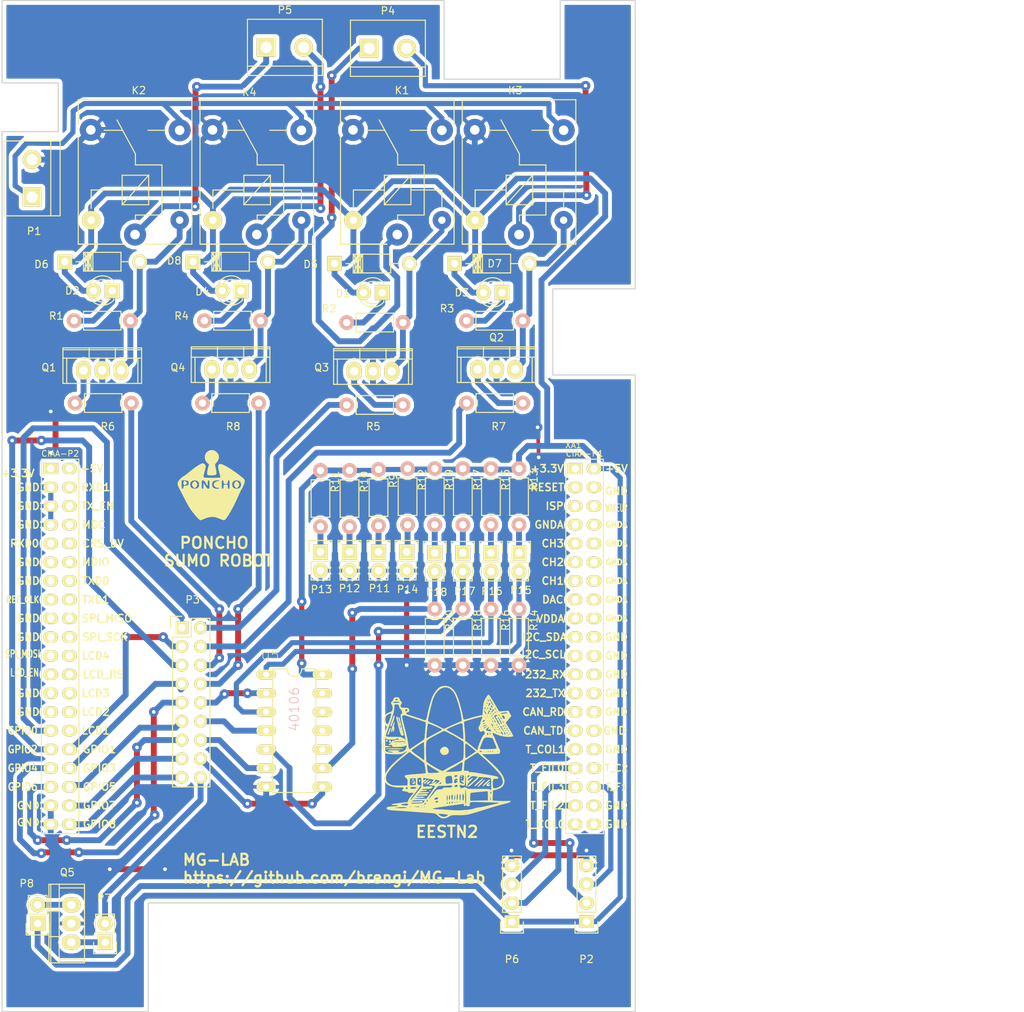
<source format=kicad_pcb>
(kicad_pcb (version 4) (host pcbnew 4.0.2+dfsg1-2~bpo8+1-stable)
  (layers (0 F.Cu signal) (31 B.Cu signal hide) (34 B.Paste user hide) (35 F.Paste user hide) (36 B.SilkS user) (37 F.SilkS user) (38 B.Mask user hide) (39 F.Mask user hide) (44 Edge.Cuts user))
  (net 0 "")
  (net 1 "Net-(D1-Pad1)")
  (net 2 "Net-(D2-Pad1)")
  (net 3 "Net-(D3-Pad1)")
  (net 4 "Net-(D4-Pad1)")
  (net 5 "Net-(D5-Pad2)")
  (net 6 +5V)
  (net 7 "Net-(D6-Pad2)")
  (net 8 "Net-(D7-Pad2)")
  (net 9 "Net-(D8-Pad2)")
  (net 10 GND)
  (net 11 "Net-(K1-Pad1)")
  (net 12 "Net-(K2-Pad1)")
  (net 13 "Net-(K3-Pad1)")
  (net 14 "Net-(K4-Pad1)")
  (net 15 "Net-(P3-Pad1)")
  (net 16 "Net-(P3-Pad3)")
  (net 17 "Net-(P3-Pad5)")
  (net 18 "Net-(P3-Pad7)")
  (net 19 "Net-(P3-Pad9)")
  (net 20 /IF/F1)
  (net 21 "Net-(P3-Pad11)")
  (net 22 /IF/F2)
  (net 23 "Net-(P3-Pad13)")
  (net 24 /IF/F3)
  (net 25 "Net-(P3-Pad15)")
  (net 26 /IF/F4)
  (net 27 "Net-(P3-Pad17)")
  (net 28 "Net-(P11-Pad1)")
  (net 29 "Net-(P12-Pad1)")
  (net 30 "Net-(P13-Pad1)")
  (net 31 "Net-(P14-Pad1)")
  (net 32 "Net-(P15-Pad1)")
  (net 33 "Net-(P15-Pad2)")
  (net 34 "Net-(P16-Pad1)")
  (net 35 "Net-(P16-Pad2)")
  (net 36 "Net-(P17-Pad1)")
  (net 37 "Net-(P17-Pad2)")
  (net 38 "Net-(P18-Pad1)")
  (net 39 "Net-(P18-Pad2)")
  (net 40 "Net-(Q1-Pad1)")
  (net 41 "Net-(Q2-Pad1)")
  (net 42 "Net-(Q3-Pad1)")
  (net 43 "Net-(Q4-Pad1)")
  (net 44 "Net-(P2-Pad2)")
  (net 45 "Net-(P2-Pad3)")
  (net 46 "Net-(P3-Pad2)")
  (net 47 "Net-(P3-Pad4)")
  (net 48 "Net-(P3-Pad6)")
  (net 49 "Net-(P3-Pad8)")
  (net 50 "Net-(P3-Pad18)")
  (net 51 "Net-(P6-Pad2)")
  (net 52 "Net-(P6-Pad3)")
  (net 53 "Net-(P7-Pad1)")
  (net 54 "Net-(P8-Pad2)")
  (net 55 +12V)
  (module sumo_robot:Conn_Poncho_SinBorde (layer F.Cu) (at 119.38 92.71)
    (fp_text reference XA1 (at -0.254 -3.175) (layer F.SilkS) (effects (font (size 0.8 0.8) (thickness 0.12))))
    (fp_text value Conn_PonchoMP_2x_20x2 hide)
    (fp_text user GPIO8 (at -64.516 48.26) (layer F.SilkS) (effects (font (thickness 0.2))))
    (fp_text user GPIO7 (at -64.516 45.72) (layer F.SilkS) (effects (font (thickness 0.2))))
    (fp_text user GPIO5 (at -64.516 43.18) (layer F.SilkS) (effects (font (thickness 0.2))))
    (fp_text user GPIO3 (at -64.516 40.64) (layer F.SilkS) (effects (font (thickness 0.2))))
    (fp_text user GPIO1 (at -64.516 38.1) (layer F.SilkS) (effects (font (thickness 0.2))))
    (fp_text user LCD1 (at -65.024 35.56) (layer F.SilkS) (effects (font (thickness 0.2))))
    (fp_text user LCD2 (at -65.024 33.02) (layer F.SilkS) (effects (font (thickness 0.2))))
    (fp_text user LCD3 (at -65.024 30.48) (layer F.SilkS) (effects (font (thickness 0.2))))
    (fp_text user LCD_RS (at -64.008 27.94) (layer F.SilkS) (effects (font (thickness 0.2))))
    (fp_text user LCD4 (at -65.024 25.4) (layer F.SilkS) (effects (font (thickness 0.2))))
    (fp_text user SPI_SCK (at -63.754 22.86) (layer F.SilkS) (effects (font (thickness 0.2))))
    (fp_text user SPI_MISO (at -63.5 20.32) (layer F.SilkS) (effects (font (thickness 0.2))))
    (fp_text user TXD1 (at -65.024 17.78) (layer F.SilkS) (effects (font (thickness 0.2))))
    (fp_text user TXD0 (at -65.024 15.24) (layer F.SilkS) (effects (font (thickness 0.2))))
    (fp_text user MDIO (at -65.024 12.7) (layer F.SilkS) (effects (font (thickness 0.2))))
    (fp_text user CRS_DV (at -64.008 10.16) (layer F.SilkS) (effects (font (thickness 0.2))))
    (fp_text user MDC (at -65.278 7.62) (layer F.SilkS) (effects (font (thickness 0.2))))
    (fp_text user TX_EN (at -64.77 5.08) (layer F.SilkS) (effects (font (thickness 0.2))))
    (fp_text user RXD1 (at -65.024 2.54) (layer F.SilkS) (effects (font (thickness 0.2))))
    (fp_text user +5V (at -65.532 0) (layer F.SilkS) (effects (font (thickness 0.2))))
    (fp_text user GND (at -74.168 48.006) (layer F.SilkS) (effects (font (thickness 0.2))))
    (fp_text user GND (at -74.168 45.72) (layer F.SilkS) (effects (font (thickness 0.2))))
    (fp_text user GPIO6 (at -74.93 43.18) (layer F.SilkS) (effects (font (size 1 0.9) (thickness 0.2))))
    (fp_text user GPIO4 (at -74.93 40.64) (layer F.SilkS) (effects (font (size 1 0.9) (thickness 0.2))))
    (fp_text user GPIO2 (at -74.93 38.1) (layer F.SilkS) (effects (font (size 1 0.9) (thickness 0.2))))
    (fp_text user GPIO0 (at -74.93 35.56) (layer F.SilkS) (effects (font (size 1 0.9) (thickness 0.2))))
    (fp_text user GND (at -74.168 33.02) (layer F.SilkS) (effects (font (thickness 0.2))))
    (fp_text user GND (at -74.168 30.48) (layer F.SilkS) (effects (font (thickness 0.2))))
    (fp_text user LCD_EN (at -74.676 27.686) (layer F.SilkS) (effects (font (size 1 0.7) (thickness 0.17))))
    (fp_text user SPI_MOSI (at -74.93 25.146) (layer F.SilkS) (effects (font (size 1 0.7) (thickness 0.17))))
    (fp_text user GND (at -74.168 22.86) (layer F.SilkS) (effects (font (thickness 0.2))))
    (fp_text user GND (at -74.168 20.32) (layer F.SilkS) (effects (font (thickness 0.2))))
    (fp_text user REF_CLK (at -74.93 17.78) (layer F.SilkS) (effects (font (size 0.9 0.7) (thickness 0.175))))
    (fp_text user GND (at -74.168 15.24) (layer F.SilkS) (effects (font (thickness 0.2))))
    (fp_text user GND (at -74.168 12.7) (layer F.SilkS) (effects (font (thickness 0.2))))
    (fp_text user GND (at -74.168 7.62) (layer F.SilkS) (effects (font (thickness 0.2))))
    (fp_text user RXD0 (at -74.676 10.16) (layer F.SilkS) (effects (font (thickness 0.2))))
    (fp_text user GND (at -74.168 5.08) (layer F.SilkS) (effects (font (thickness 0.2))))
    (fp_text user GND (at -74.168 2.54) (layer F.SilkS) (effects (font (thickness 0.2))))
    (fp_text user +3.3V (at -75.565 0.635) (layer F.SilkS) (effects (font (thickness 0.2))))
    (fp_text user GND (at 5.588 48.26) (layer F.SilkS) (effects (font (thickness 0.2))))
    (fp_text user GND (at 5.588 45.72) (layer F.SilkS) (effects (font (thickness 0.2))))
    (fp_text user T_F1 (at 5.588 43.18) (layer F.SilkS) (effects (font (size 0.9 0.9) (thickness 0.18))))
    (fp_text user T_C2 (at 5.588 40.64) (layer F.SilkS) (effects (font (size 0.9 0.9) (thickness 0.18))))
    (fp_text user GND (at 5.588 38.1) (layer F.SilkS) (effects (font (thickness 0.2))))
    (fp_text user GND (at 5.334 35.56) (layer F.SilkS) (effects (font (thickness 0.2))))
    (fp_text user GND (at 5.588 33.02) (layer F.SilkS) (effects (font (thickness 0.2))))
    (fp_text user GND (at 5.588 30.48) (layer F.SilkS) (effects (font (thickness 0.2))))
    (fp_text user GND (at 5.588 27.94) (layer F.SilkS) (effects (font (thickness 0.2))))
    (fp_text user GND (at 5.588 25.4) (layer F.SilkS) (effects (font (thickness 0.2))))
    (fp_text user GND (at 5.588 22.86) (layer F.SilkS) (effects (font (thickness 0.2))))
    (fp_text user GNDA (at 5.588 20.32) (layer F.SilkS) (effects (font (size 0.76 0.76) (thickness 0.19))))
    (fp_text user GNDA (at 5.588 17.78) (layer F.SilkS) (effects (font (size 0.76 0.76) (thickness 0.19))))
    (fp_text user GNDA (at 5.588 15.24) (layer F.SilkS) (effects (font (size 0.76 0.76) (thickness 0.19))))
    (fp_text user GNDA (at 5.588 12.7) (layer F.SilkS) (effects (font (size 0.76 0.76) (thickness 0.19))))
    (fp_text user GNDA (at 5.588 10.16) (layer F.SilkS) (effects (font (size 0.76 0.76) (thickness 0.19))))
    (fp_text user GNDA (at 5.588 7.62) (layer F.SilkS) (effects (font (size 0.76 0.76) (thickness 0.19))))
    (fp_text user WAKEUP (at 5.588 5.334) (layer F.SilkS) (effects (font (size 1 0.5) (thickness 0.125))))
    (fp_text user GND (at 5.588 3.048) (layer F.SilkS) (effects (font (thickness 0.2))))
    (fp_text user +5V (at 5.588 0) (layer F.SilkS) (effects (font (thickness 0.2))))
    (fp_text user T_COL0 (at -4.064 48.26) (layer F.SilkS) (effects (font (thickness 0.2))))
    (fp_text user T_FIL2 (at -3.81 45.72) (layer F.SilkS) (effects (font (thickness 0.2))))
    (fp_text user T_FIL3 (at -3.81 43.18) (layer F.SilkS) (effects (font (thickness 0.2))))
    (fp_text user T_FIL0 (at -3.81 40.64) (layer F.SilkS) (effects (font (thickness 0.2))))
    (fp_text user T_COL1 (at -4.064 38.1) (layer F.SilkS) (effects (font (thickness 0.2))))
    (fp_text user CAN_TD (at -4.318 35.56) (layer F.SilkS) (effects (font (thickness 0.2))))
    (fp_text user CAN_RD (at -4.318 33.02) (layer F.SilkS) (effects (font (thickness 0.2))))
    (fp_text user 232_TX (at -4.064 30.48) (layer F.SilkS) (effects (font (thickness 0.2))))
    (fp_text user 232_RX (at -4.0005 27.94) (layer F.SilkS) (effects (font (thickness 0.2))))
    (fp_text user I2C_SCL (at -4.318 25.2095) (layer F.SilkS) (effects (font (thickness 0.2))))
    (fp_text user I2C_SDA (at -4.191 22.86) (layer F.SilkS) (effects (font (thickness 0.2))))
    (fp_text user VDDA (at -3.3655 20.3835) (layer F.SilkS) (effects (font (thickness 0.2))))
    (fp_text user DAC (at -3.048 17.78) (layer F.SilkS) (effects (font (thickness 0.2))))
    (fp_text user CH1 (at -3.048 15.24) (layer F.SilkS) (effects (font (thickness 0.2))))
    (fp_text user CH2 (at -3.048 12.7) (layer F.SilkS) (effects (font (thickness 0.2))))
    (fp_text user CH3 (at -3.048 10.16) (layer F.SilkS) (effects (font (thickness 0.2))))
    (fp_text user GNDA (at -3.556 7.62) (layer F.SilkS) (effects (font (thickness 0.2))))
    (fp_text user ISP (at -2.794 5.08) (layer F.SilkS) (effects (font (thickness 0.2))))
    (fp_text user RESET (at -3.81 2.54) (layer F.SilkS) (effects (font (thickness 0.2))))
    (fp_text user CIAA-P2 (at -69.85 -2.032) (layer F.SilkS) (effects (font (size 0.8 0.8) (thickness 0.12))))
    (fp_text user CIAA-P1 (at 1.27 -2.032) (layer F.SilkS) (effects (font (size 0.8 0.8) (thickness 0.12))))
    (fp_text user +3.3V (at -3.81 0) (layer F.SilkS) (effects (font (thickness 0.2))))
    (pad 1 thru_hole rect (at 0 0 270) (size 1.524 2) (drill 1.016) (layers *.Cu *.Mask F.SilkS))
    (pad 2 thru_hole oval (at 2.54 0 270) (size 1.524 2) (drill 1.016) (layers *.Cu *.Mask F.SilkS) (net 6 +5V))
    (pad 11 thru_hole oval (at 0 12.7 270) (size 1.524 2) (drill 1.016) (layers *.Cu *.Mask F.SilkS))
    (pad 4 thru_hole oval (at 2.54 2.54 270) (size 1.524 2) (drill 1.016) (layers *.Cu *.Mask F.SilkS))
    (pad 13 thru_hole oval (at 0 15.24 270) (size 1.524 2) (drill 1.016) (layers *.Cu *.Mask F.SilkS))
    (pad 6 thru_hole oval (at 2.54 5.08 270) (size 1.524 2) (drill 1.016) (layers *.Cu *.Mask F.SilkS))
    (pad 15 thru_hole oval (at 0 17.78 270) (size 1.524 2) (drill 1.016) (layers *.Cu *.Mask F.SilkS))
    (pad 8 thru_hole oval (at 2.54 7.62 270) (size 1.524 2) (drill 1.016) (layers *.Cu *.Mask F.SilkS))
    (pad 17 thru_hole oval (at 0 20.32 270) (size 1.524 2) (drill 1.016) (layers *.Cu *.Mask F.SilkS))
    (pad 10 thru_hole oval (at 2.54 10.16 270) (size 1.524 2) (drill 1.016) (layers *.Cu *.Mask F.SilkS))
    (pad 19 thru_hole oval (at 0 22.86 270) (size 1.524 2) (drill 1.016) (layers *.Cu *.Mask F.SilkS))
    (pad 12 thru_hole oval (at 2.54 12.7 270) (size 1.524 2) (drill 1.016) (layers *.Cu *.Mask F.SilkS))
    (pad 21 thru_hole oval (at 0 25.4 270) (size 1.524 2) (drill 1.016) (layers *.Cu *.Mask F.SilkS))
    (pad 14 thru_hole oval (at 2.54 15.24 270) (size 1.524 2) (drill 1.016) (layers *.Cu *.Mask F.SilkS))
    (pad 23 thru_hole oval (at 0 27.94 270) (size 1.524 2) (drill 1.016) (layers *.Cu *.Mask F.SilkS))
    (pad 16 thru_hole oval (at 2.54 17.78 270) (size 1.524 2) (drill 1.016) (layers *.Cu *.Mask F.SilkS))
    (pad 25 thru_hole oval (at 0 30.48 270) (size 1.524 2) (drill 1.016) (layers *.Cu *.Mask F.SilkS))
    (pad 18 thru_hole oval (at 2.54 20.32 270) (size 1.524 2) (drill 1.016) (layers *.Cu *.Mask F.SilkS))
    (pad 27 thru_hole oval (at 0 33.02 270) (size 1.524 2) (drill 1.016) (layers *.Cu *.Mask F.SilkS))
    (pad 20 thru_hole oval (at 2.54 22.86 270) (size 1.524 2) (drill 1.016) (layers *.Cu *.Mask F.SilkS))
    (pad 29 thru_hole oval (at 0 35.56 270) (size 1.524 2) (drill 1.016) (layers *.Cu *.Mask F.SilkS))
    (pad 22 thru_hole oval (at 2.54 25.4 270) (size 1.524 2) (drill 1.016) (layers *.Cu *.Mask F.SilkS))
    (pad 31 thru_hole oval (at 0 38.1 270) (size 1.524 2) (drill 1.016) (layers *.Cu *.Mask F.SilkS))
    (pad 24 thru_hole oval (at 2.54 27.94 270) (size 1.524 2) (drill 1.016) (layers *.Cu *.Mask F.SilkS))
    (pad 26 thru_hole oval (at 2.54 30.48 270) (size 1.524 2) (drill 1.016) (layers *.Cu *.Mask F.SilkS))
    (pad 33 thru_hole oval (at 0 40.64 270) (size 1.524 2) (drill 1.016) (layers *.Cu *.Mask F.SilkS) (net 44 "Net-(P2-Pad2)"))
    (pad 28 thru_hole oval (at 2.54 33.02 270) (size 1.524 2) (drill 1.016) (layers *.Cu *.Mask F.SilkS))
    (pad 32 thru_hole oval (at 2.54 38.1 270) (size 1.524 2) (drill 1.016) (layers *.Cu *.Mask F.SilkS))
    (pad 34 thru_hole oval (at 2.54 40.64 270) (size 1.524 2) (drill 1.016) (layers *.Cu *.Mask F.SilkS))
    (pad 36 thru_hole oval (at 2.54 43.18 270) (size 1.524 2) (drill 1.016) (layers *.Cu *.Mask F.SilkS) (net 45 "Net-(P2-Pad3)"))
    (pad 38 thru_hole oval (at 2.54 45.72 270) (size 1.524 2) (drill 1.016) (layers *.Cu *.Mask F.SilkS))
    (pad 35 thru_hole oval (at 0 43.18 270) (size 1.524 2) (drill 1.016) (layers *.Cu *.Mask F.SilkS) (net 52 "Net-(P6-Pad3)"))
    (pad 37 thru_hole oval (at 0 45.72 270) (size 1.524 2) (drill 1.016) (layers *.Cu *.Mask F.SilkS) (net 51 "Net-(P6-Pad2)"))
    (pad 3 thru_hole oval (at 0 2.54 270) (size 1.524 2) (drill 1.016) (layers *.Cu *.Mask F.SilkS))
    (pad 5 thru_hole oval (at 0 5.08 270) (size 1.524 2) (drill 1.016) (layers *.Cu *.Mask F.SilkS))
    (pad 7 thru_hole oval (at 0 7.62 270) (size 1.524 2) (drill 1.016) (layers *.Cu *.Mask F.SilkS))
    (pad 9 thru_hole oval (at 0 10.16 270) (size 1.524 2) (drill 1.016) (layers *.Cu *.Mask F.SilkS))
    (pad 39 thru_hole oval (at 0 48.26 270) (size 1.524 2) (drill 1.016) (layers *.Cu *.Mask F.SilkS))
    (pad 40 thru_hole oval (at 2.54 48.26 270) (size 1.524 2) (drill 1.016) (layers *.Cu *.Mask F.SilkS))
    (pad 30 thru_hole oval (at 2.54 35.56 270) (size 1.524 2) (drill 1.016) (layers *.Cu *.Mask F.SilkS))
    (pad 41 thru_hole rect (at -71.12 0 270) (size 1.524 2) (drill 1.016) (layers *.Cu *.Mask F.SilkS))
    (pad 42 thru_hole oval (at -68.58 0 270) (size 1.524 2) (drill 1.016) (layers *.Cu *.Mask F.SilkS))
    (pad 43 thru_hole oval (at -71.12 2.54 270) (size 1.524 2) (drill 1.016) (layers *.Cu *.Mask F.SilkS) (net 10 GND))
    (pad 44 thru_hole oval (at -68.58 2.54 270) (size 1.524 2) (drill 1.016) (layers *.Cu *.Mask F.SilkS))
    (pad 45 thru_hole oval (at -71.12 5.08 270) (size 1.524 2) (drill 1.016) (layers *.Cu *.Mask F.SilkS) (net 10 GND))
    (pad 46 thru_hole oval (at -68.58 5.08 270) (size 1.524 2) (drill 1.016) (layers *.Cu *.Mask F.SilkS))
    (pad 47 thru_hole oval (at -71.12 7.62 270) (size 1.524 2) (drill 1.016) (layers *.Cu *.Mask F.SilkS) (net 10 GND))
    (pad 48 thru_hole oval (at -68.58 7.62 270) (size 1.524 2) (drill 1.016) (layers *.Cu *.Mask F.SilkS))
    (pad 49 thru_hole oval (at -71.12 10.16 270) (size 1.524 2) (drill 1.016) (layers *.Cu *.Mask F.SilkS))
    (pad 50 thru_hole oval (at -68.58 10.16 270) (size 1.524 2) (drill 1.016) (layers *.Cu *.Mask F.SilkS))
    (pad 51 thru_hole oval (at -71.12 12.7 270) (size 1.524 2) (drill 1.016) (layers *.Cu *.Mask F.SilkS))
    (pad 52 thru_hole oval (at -68.58 12.7 270) (size 1.524 2) (drill 1.016) (layers *.Cu *.Mask F.SilkS))
    (pad 53 thru_hole oval (at -71.12 15.24 270) (size 1.524 2) (drill 1.016) (layers *.Cu *.Mask F.SilkS))
    (pad 54 thru_hole oval (at -68.58 15.24 270) (size 1.524 2) (drill 1.016) (layers *.Cu *.Mask F.SilkS))
    (pad 55 thru_hole oval (at -71.12 17.78 270) (size 1.524 2) (drill 1.016) (layers *.Cu *.Mask F.SilkS))
    (pad 56 thru_hole oval (at -68.58 17.78 270) (size 1.524 2) (drill 1.016) (layers *.Cu *.Mask F.SilkS))
    (pad 57 thru_hole oval (at -71.12 20.32 270) (size 1.524 2) (drill 1.016) (layers *.Cu *.Mask F.SilkS))
    (pad 58 thru_hole oval (at -68.58 20.32 270) (size 1.524 2) (drill 1.016) (layers *.Cu *.Mask F.SilkS))
    (pad 59 thru_hole oval (at -71.12 22.86 270) (size 1.524 2) (drill 1.016) (layers *.Cu *.Mask F.SilkS))
    (pad 60 thru_hole oval (at -68.58 22.86 270) (size 1.524 2) (drill 1.016) (layers *.Cu *.Mask F.SilkS))
    (pad 61 thru_hole oval (at -71.12 25.4 270) (size 1.524 2) (drill 1.016) (layers *.Cu *.Mask F.SilkS))
    (pad 62 thru_hole oval (at -68.58 25.4 270) (size 1.524 2) (drill 1.016) (layers *.Cu *.Mask F.SilkS))
    (pad 63 thru_hole oval (at -71.12 27.94 270) (size 1.524 2) (drill 1.016) (layers *.Cu *.Mask F.SilkS))
    (pad 64 thru_hole oval (at -68.58 27.94 270) (size 1.524 2) (drill 1.016) (layers *.Cu *.Mask F.SilkS))
    (pad 65 thru_hole oval (at -71.12 30.48 270) (size 1.524 2) (drill 1.016) (layers *.Cu *.Mask F.SilkS))
    (pad 66 thru_hole oval (at -68.58 30.48 270) (size 1.524 2) (drill 1.016) (layers *.Cu *.Mask F.SilkS))
    (pad 67 thru_hole oval (at -71.12 33.02 270) (size 1.524 2) (drill 1.016) (layers *.Cu *.Mask F.SilkS))
    (pad 68 thru_hole oval (at -68.58 33.02 270) (size 1.524 2) (drill 1.016) (layers *.Cu *.Mask F.SilkS))
    (pad 69 thru_hole oval (at -71.12 35.56 270) (size 1.524 2) (drill 1.016) (layers *.Cu *.Mask F.SilkS) (net 15 "Net-(P3-Pad1)"))
    (pad 70 thru_hole oval (at -68.58 35.56 270) (size 1.524 2) (drill 1.016) (layers *.Cu *.Mask F.SilkS))
    (pad 71 thru_hole oval (at -71.12 38.1 270) (size 1.524 2) (drill 1.016) (layers *.Cu *.Mask F.SilkS) (net 17 "Net-(P3-Pad5)"))
    (pad 72 thru_hole oval (at -68.58 38.1 270) (size 1.524 2) (drill 1.016) (layers *.Cu *.Mask F.SilkS) (net 16 "Net-(P3-Pad3)"))
    (pad 73 thru_hole oval (at -71.12 40.64 270) (size 1.524 2) (drill 1.016) (layers *.Cu *.Mask F.SilkS) (net 19 "Net-(P3-Pad9)"))
    (pad 74 thru_hole oval (at -68.58 40.64 270) (size 1.524 2) (drill 1.016) (layers *.Cu *.Mask F.SilkS) (net 18 "Net-(P3-Pad7)"))
    (pad 75 thru_hole oval (at -71.12 43.18 270) (size 1.524 2) (drill 1.016) (layers *.Cu *.Mask F.SilkS) (net 23 "Net-(P3-Pad13)"))
    (pad 76 thru_hole oval (at -68.58 43.18 270) (size 1.524 2) (drill 1.016) (layers *.Cu *.Mask F.SilkS) (net 21 "Net-(P3-Pad11)"))
    (pad 77 thru_hole oval (at -71.12 45.72 270) (size 1.524 2) (drill 1.016) (layers *.Cu *.Mask F.SilkS) (net 10 GND))
    (pad 78 thru_hole oval (at -68.58 45.72 270) (size 1.524 2) (drill 1.016) (layers *.Cu *.Mask F.SilkS) (net 25 "Net-(P3-Pad15)"))
    (pad 79 thru_hole oval (at -71.12 48.26 270) (size 1.524 2) (drill 1.016) (layers *.Cu *.Mask F.SilkS) (net 10 GND))
    (pad 80 thru_hole oval (at -68.58 48.26 270) (size 1.524 2) (drill 1.016) (layers *.Cu *.Mask F.SilkS) (net 27 "Net-(P3-Pad17)"))
  )
  (module sumo_robot:Relay_SANYOU_SRD_Series_Form_C (layer F.Cu) (at 111.76 60.96 90)
    (fp_text reference K3 (at 19.558 -0.508 180) (layer F.SilkS))
    (fp_text value RELAY_C)
    (pad 2 thru_hole circle (at 1.95 6.05 180) (size 2.5 2.5) (drill 1) (layers *.Cu *.Mask) (net 8 "Net-(D7-Pad2)"))
    (pad 3 thru_hole circle (at 14.15 6.05 180) (size 3 3) (drill 1.3) (layers *.Cu *.Mask) (net 55 +12V))
    (pad 4 thru_hole circle (at 14.2 -6 180) (size 3 3) (drill 1.3) (layers *.Cu *.Mask) (net 10 GND))
    (pad 5 thru_hole circle (at 1.95 -5.95 180) (size 2.5 2.5) (drill 1) (layers *.Cu *.Mask F.SilkS) (net 6 +5V))
    (pad 1 thru_hole circle (at 0 0 180) (size 3 3) (drill 1.3) (layers *.Cu *.Mask) (net 13 "Net-(K3-Pad1)"))
  )
  (module sumo_robot:Diode_DO-41_SOD81_Horizontal_RM10 (layer F.Cu) (at 86.741 64.897)
    (fp_text reference D5 (at -3.241 0.103) (layer F.SilkS))
    (fp_text value DIODE)
    (pad 2 thru_hole circle (at 10.16 -0.00254 180) (size 1.99898 1.99898) (drill 1.27) (layers *.Cu *.Mask F.SilkS) (net 5 "Net-(D5-Pad2)"))
    (pad 1 thru_hole rect (at 0 -0.00254 180) (size 1.99898 1.99898) (drill 1.00076) (layers *.Cu *.Mask F.SilkS) (net 6 +5V))
  )
  (module sumo_robot:Diode_DO-41_SOD81_Horizontal_RM10 (layer F.Cu) (at 50.165 64.643)
    (fp_text reference D6 (at -3.165 0.357) (layer F.SilkS))
    (fp_text value DIODE)
    (pad 2 thru_hole circle (at 10.16 -0.00254 180) (size 1.99898 1.99898) (drill 1.27) (layers *.Cu *.Mask F.SilkS) (net 7 "Net-(D6-Pad2)"))
    (pad 1 thru_hole rect (at 0 -0.00254 180) (size 1.99898 1.99898) (drill 1.00076) (layers *.Cu *.Mask F.SilkS) (net 6 +5V))
  )
  (module sumo_robot:Diode_DO-41_SOD81_Horizontal_RM10 (layer F.Cu) (at 102.997 64.897)
    (fp_text reference D7 (at 5.461 0) (layer F.SilkS))
    (fp_text value DIODE)
    (pad 2 thru_hole circle (at 10.16 -0.00254 180) (size 1.99898 1.99898) (drill 1.27) (layers *.Cu *.Mask F.SilkS) (net 8 "Net-(D7-Pad2)"))
    (pad 1 thru_hole rect (at 0 -0.00254 180) (size 1.99898 1.99898) (drill 1.00076) (layers *.Cu *.Mask F.SilkS) (net 6 +5V))
  )
  (module sumo_robot:Diode_DO-41_SOD81_Horizontal_RM10 (layer F.Cu) (at 67.564 64.643)
    (fp_text reference D8 (at -2.564 -0.143) (layer F.SilkS))
    (fp_text value DIODE)
    (pad 2 thru_hole circle (at 10.16 -0.00254 180) (size 1.99898 1.99898) (drill 1.27) (layers *.Cu *.Mask F.SilkS) (net 9 "Net-(D8-Pad2)"))
    (pad 1 thru_hole rect (at 0 -0.00254 180) (size 1.99898 1.99898) (drill 1.00076) (layers *.Cu *.Mask F.SilkS) (net 6 +5V))
  )
  (module sumo_robot:Relay_SANYOU_SRD_Series_Form_C (layer F.Cu) (at 95.25 60.96 90)
    (fp_text reference K1 (at 19.558 0.635 180) (layer F.SilkS))
    (fp_text value RELAY_C)
    (pad 2 thru_hole circle (at 1.95 6.05 180) (size 2.5 2.5) (drill 1) (layers *.Cu *.Mask) (net 5 "Net-(D5-Pad2)"))
    (pad 3 thru_hole circle (at 14.15 6.05 180) (size 3 3) (drill 1.3) (layers *.Cu *.Mask) (net 55 +12V))
    (pad 4 thru_hole circle (at 14.2 -6 180) (size 3 3) (drill 1.3) (layers *.Cu *.Mask) (net 10 GND))
    (pad 5 thru_hole circle (at 1.95 -5.95 180) (size 2.5 2.5) (drill 1) (layers *.Cu *.Mask F.SilkS) (net 6 +5V))
    (pad 1 thru_hole circle (at 0 0 180) (size 3 3) (drill 1.3) (layers *.Cu *.Mask) (net 11 "Net-(K1-Pad1)"))
  )
  (module sumo_robot:Relay_SANYOU_SRD_Series_Form_C (layer F.Cu) (at 59.69 60.96 90)
    (fp_text reference K2 (at 19.558 0.508 180) (layer F.SilkS))
    (fp_text value RELAY_C)
    (pad 2 thru_hole circle (at 1.95 6.05 180) (size 2.5 2.5) (drill 1) (layers *.Cu *.Mask) (net 7 "Net-(D6-Pad2)"))
    (pad 3 thru_hole circle (at 14.15 6.05 180) (size 3 3) (drill 1.3) (layers *.Cu *.Mask) (net 55 +12V))
    (pad 4 thru_hole circle (at 14.2 -6 180) (size 3 3) (drill 1.3) (layers *.Cu *.Mask) (net 10 GND))
    (pad 5 thru_hole circle (at 1.95 -5.95 180) (size 2.5 2.5) (drill 1) (layers *.Cu *.Mask F.SilkS) (net 6 +5V))
    (pad 1 thru_hole circle (at 0 0 180) (size 3 3) (drill 1.3) (layers *.Cu *.Mask) (net 12 "Net-(K2-Pad1)"))
  )
  (module sumo_robot:Relay_SANYOU_SRD_Series_Form_C (layer F.Cu) (at 76.2 60.96 90)
    (fp_text reference K4 (at 19.304 -1.016 180) (layer F.SilkS))
    (fp_text value RELAY_C)
    (pad 2 thru_hole circle (at 1.95 6.05 180) (size 2.5 2.5) (drill 1) (layers *.Cu *.Mask) (net 9 "Net-(D8-Pad2)"))
    (pad 3 thru_hole circle (at 14.15 6.05 180) (size 3 3) (drill 1.3) (layers *.Cu *.Mask) (net 55 +12V))
    (pad 4 thru_hole circle (at 14.2 -6 180) (size 3 3) (drill 1.3) (layers *.Cu *.Mask) (net 10 GND))
    (pad 5 thru_hole circle (at 1.95 -5.95 180) (size 2.5 2.5) (drill 1) (layers *.Cu *.Mask F.SilkS) (net 6 +5V))
    (pad 1 thru_hole circle (at 0 0 180) (size 3 3) (drill 1.3) (layers *.Cu *.Mask) (net 14 "Net-(K4-Pad1)"))
  )
  (module sumo_robot:bornier2 (layer F.Cu) (at 45.72 53.34 90)
    (fp_text reference P1 (at -7.16 0.28 180) (layer F.SilkS))
    (fp_text value CONN_01X02)
    (pad 1 thru_hole rect (at -2.54 0 90) (size 2.54 2.54) (drill 1.524) (layers *.Cu *.Mask F.SilkS) (net 55 +12V))
    (pad 2 thru_hole circle (at 2.54 0 90) (size 2.54 2.54) (drill 1.524) (layers *.Cu *.Mask F.SilkS) (net 10 GND))
  )
  (module sumo_robot:Pin_Header_Straight_1x04 (layer F.Cu) (at 120.904 154.178 180)
    (fp_text reference P2 (at 0 -5.1 180) (layer F.SilkS))
    (fp_text value CONN_01X04)
    (pad 1 thru_hole rect (at 0 0 180) (size 2.032 1.7272) (drill 1.016) (layers *.Cu *.Mask F.SilkS) (net 6 +5V))
    (pad 2 thru_hole oval (at 0 2.54 180) (size 2.032 1.7272) (drill 1.016) (layers *.Cu *.Mask F.SilkS) (net 44 "Net-(P2-Pad2)"))
    (pad 3 thru_hole oval (at 0 5.08 180) (size 2.032 1.7272) (drill 1.016) (layers *.Cu *.Mask F.SilkS) (net 45 "Net-(P2-Pad3)"))
    (pad 4 thru_hole oval (at 0 7.62 180) (size 2.032 1.7272) (drill 1.016) (layers *.Cu *.Mask F.SilkS) (net 10 GND))
  )
  (module sumo_robot:Pin_Header_Straight_2x09 (layer F.Cu) (at 66.04 114.3)
    (fp_text reference P3 (at 1.46 -3.8) (layer F.SilkS))
    (fp_text value CONN_02X09)
    (pad 1 thru_hole rect (at 0 0) (size 1.7272 1.7272) (drill 1.016) (layers *.Cu *.Mask F.SilkS) (net 15 "Net-(P3-Pad1)"))
    (pad 2 thru_hole oval (at 2.54 0) (size 1.7272 1.7272) (drill 1.016) (layers *.Cu *.Mask F.SilkS) (net 46 "Net-(P3-Pad2)"))
    (pad 3 thru_hole oval (at 0 2.54) (size 1.7272 1.7272) (drill 1.016) (layers *.Cu *.Mask F.SilkS) (net 16 "Net-(P3-Pad3)"))
    (pad 4 thru_hole oval (at 2.54 2.54) (size 1.7272 1.7272) (drill 1.016) (layers *.Cu *.Mask F.SilkS) (net 47 "Net-(P3-Pad4)"))
    (pad 5 thru_hole oval (at 0 5.08) (size 1.7272 1.7272) (drill 1.016) (layers *.Cu *.Mask F.SilkS) (net 17 "Net-(P3-Pad5)"))
    (pad 6 thru_hole oval (at 2.54 5.08) (size 1.7272 1.7272) (drill 1.016) (layers *.Cu *.Mask F.SilkS) (net 48 "Net-(P3-Pad6)"))
    (pad 7 thru_hole oval (at 0 7.62) (size 1.7272 1.7272) (drill 1.016) (layers *.Cu *.Mask F.SilkS) (net 18 "Net-(P3-Pad7)"))
    (pad 8 thru_hole oval (at 2.54 7.62) (size 1.7272 1.7272) (drill 1.016) (layers *.Cu *.Mask F.SilkS) (net 49 "Net-(P3-Pad8)"))
    (pad 9 thru_hole oval (at 0 10.16) (size 1.7272 1.7272) (drill 1.016) (layers *.Cu *.Mask F.SilkS) (net 19 "Net-(P3-Pad9)"))
    (pad 10 thru_hole oval (at 2.54 10.16) (size 1.7272 1.7272) (drill 1.016) (layers *.Cu *.Mask F.SilkS) (net 20 /IF/F1))
    (pad 11 thru_hole oval (at 0 12.7) (size 1.7272 1.7272) (drill 1.016) (layers *.Cu *.Mask F.SilkS) (net 21 "Net-(P3-Pad11)"))
    (pad 12 thru_hole oval (at 2.54 12.7) (size 1.7272 1.7272) (drill 1.016) (layers *.Cu *.Mask F.SilkS) (net 22 /IF/F2))
    (pad 13 thru_hole oval (at 0 15.24) (size 1.7272 1.7272) (drill 1.016) (layers *.Cu *.Mask F.SilkS) (net 23 "Net-(P3-Pad13)"))
    (pad 14 thru_hole oval (at 2.54 15.24) (size 1.7272 1.7272) (drill 1.016) (layers *.Cu *.Mask F.SilkS) (net 24 /IF/F3))
    (pad 15 thru_hole oval (at 0 17.78) (size 1.7272 1.7272) (drill 1.016) (layers *.Cu *.Mask F.SilkS) (net 25 "Net-(P3-Pad15)"))
    (pad 16 thru_hole oval (at 2.54 17.78) (size 1.7272 1.7272) (drill 1.016) (layers *.Cu *.Mask F.SilkS) (net 26 /IF/F4))
    (pad 17 thru_hole oval (at 0 20.32) (size 1.7272 1.7272) (drill 1.016) (layers *.Cu *.Mask F.SilkS) (net 27 "Net-(P3-Pad17)"))
    (pad 18 thru_hole oval (at 2.54 20.32) (size 1.7272 1.7272) (drill 1.016) (layers *.Cu *.Mask F.SilkS) (net 50 "Net-(P3-Pad18)"))
  )
  (module sumo_robot:bornier2 (layer F.Cu) (at 93.98 35.687)
    (fp_text reference P4 (at 0 -5.08) (layer F.SilkS))
    (fp_text value CONN_01X02)
    (pad 1 thru_hole rect (at -2.54 0) (size 2.54 2.54) (drill 1.524) (layers *.Cu *.Mask F.SilkS) (net 11 "Net-(K1-Pad1)"))
    (pad 2 thru_hole circle (at 2.54 0) (size 2.54 2.54) (drill 1.524) (layers *.Cu *.Mask F.SilkS) (net 13 "Net-(K3-Pad1)"))
  )
  (module sumo_robot:bornier2 (layer F.Cu) (at 80.01 35.56)
    (fp_text reference P5 (at 0 -5.08) (layer F.SilkS))
    (fp_text value CONN_01X02)
    (pad 1 thru_hole rect (at -2.54 0) (size 2.54 2.54) (drill 1.524) (layers *.Cu *.Mask F.SilkS) (net 12 "Net-(K2-Pad1)"))
    (pad 2 thru_hole circle (at 2.54 0) (size 2.54 2.54) (drill 1.524) (layers *.Cu *.Mask F.SilkS) (net 14 "Net-(K4-Pad1)"))
  )
  (module sumo_robot:Pin_Header_Straight_1x04 (layer F.Cu) (at 110.8075 154.178 180)
    (fp_text reference P6 (at 0 -5.1 180) (layer F.SilkS))
    (fp_text value CONN_01X04)
    (pad 1 thru_hole rect (at 0 0 180) (size 2.032 1.7272) (drill 1.016) (layers *.Cu *.Mask F.SilkS) (net 6 +5V))
    (pad 2 thru_hole oval (at 0 2.54 180) (size 2.032 1.7272) (drill 1.016) (layers *.Cu *.Mask F.SilkS) (net 51 "Net-(P6-Pad2)"))
    (pad 3 thru_hole oval (at 0 5.08 180) (size 2.032 1.7272) (drill 1.016) (layers *.Cu *.Mask F.SilkS) (net 52 "Net-(P6-Pad3)"))
    (pad 4 thru_hole oval (at 0 7.62 180) (size 2.032 1.7272) (drill 1.016) (layers *.Cu *.Mask F.SilkS) (net 10 GND))
  )
  (module sumo_robot:Pin_Header_Straight_1x02 (layer F.Cu) (at 92.71 104.013)
    (fp_text reference P11 (at 0.127 4.953) (layer F.SilkS))
    (fp_text value CONN_01X02)
    (pad 1 thru_hole rect (at 0 0) (size 2.032 2.032) (drill 1.016) (layers *.Cu *.Mask F.SilkS) (net 28 "Net-(P11-Pad1)"))
    (pad 2 thru_hole oval (at 0 2.54) (size 2.032 2.032) (drill 1.016) (layers *.Cu *.Mask F.SilkS) (net 10 GND))
  )
  (module sumo_robot:Pin_Header_Straight_1x02 (layer F.Cu) (at 88.773 104.013)
    (fp_text reference P12 (at 0 4.953) (layer F.SilkS))
    (fp_text value CONN_01X02)
    (pad 1 thru_hole rect (at 0 0) (size 2.032 2.032) (drill 1.016) (layers *.Cu *.Mask F.SilkS) (net 29 "Net-(P12-Pad1)"))
    (pad 2 thru_hole oval (at 0 2.54) (size 2.032 2.032) (drill 1.016) (layers *.Cu *.Mask F.SilkS) (net 10 GND))
  )
  (module sumo_robot:Pin_Header_Straight_1x02 (layer F.Cu) (at 84.836 104.013)
    (fp_text reference P13 (at 0.127 5.08) (layer F.SilkS))
    (fp_text value CONN_01X02)
    (pad 1 thru_hole rect (at 0 0) (size 2.032 2.032) (drill 1.016) (layers *.Cu *.Mask F.SilkS) (net 30 "Net-(P13-Pad1)"))
    (pad 2 thru_hole oval (at 0 2.54) (size 2.032 2.032) (drill 1.016) (layers *.Cu *.Mask F.SilkS) (net 10 GND))
  )
  (module sumo_robot:Pin_Header_Straight_1x02 (layer F.Cu) (at 96.52 104.013)
    (fp_text reference P14 (at 0.127 5.08) (layer F.SilkS))
    (fp_text value CONN_01X02)
    (pad 1 thru_hole rect (at 0 0) (size 2.032 2.032) (drill 1.016) (layers *.Cu *.Mask F.SilkS) (net 31 "Net-(P14-Pad1)"))
    (pad 2 thru_hole oval (at 0 2.54) (size 2.032 2.032) (drill 1.016) (layers *.Cu *.Mask F.SilkS) (net 10 GND))
  )
  (module sumo_robot:Pin_Header_Straight_1x02 (layer F.Cu) (at 111.76 104.14)
    (fp_text reference P15 (at 0.254 5.08 180) (layer F.SilkS))
    (fp_text value CONN_01X02)
    (pad 1 thru_hole rect (at 0 0) (size 2.032 2.032) (drill 1.016) (layers *.Cu *.Mask F.SilkS) (net 32 "Net-(P15-Pad1)"))
    (pad 2 thru_hole oval (at 0 2.54) (size 2.032 2.032) (drill 1.016) (layers *.Cu *.Mask F.SilkS) (net 33 "Net-(P15-Pad2)"))
  )
  (module sumo_robot:Pin_Header_Straight_1x02 (layer F.Cu) (at 107.95 104.14)
    (fp_text reference P16 (at 0.127 5.207) (layer F.SilkS))
    (fp_text value CONN_01X02)
    (pad 1 thru_hole rect (at 0 0) (size 2.032 2.032) (drill 1.016) (layers *.Cu *.Mask F.SilkS) (net 34 "Net-(P16-Pad1)"))
    (pad 2 thru_hole oval (at 0 2.54) (size 2.032 2.032) (drill 1.016) (layers *.Cu *.Mask F.SilkS) (net 35 "Net-(P16-Pad2)"))
  )
  (module sumo_robot:Pin_Header_Straight_1x02 (layer F.Cu) (at 104.14 104.14)
    (fp_text reference P17 (at 0.254 5.207) (layer F.SilkS))
    (fp_text value CONN_01X02)
    (pad 1 thru_hole rect (at 0 0) (size 2.032 2.032) (drill 1.016) (layers *.Cu *.Mask F.SilkS) (net 36 "Net-(P17-Pad1)"))
    (pad 2 thru_hole oval (at 0 2.54) (size 2.032 2.032) (drill 1.016) (layers *.Cu *.Mask F.SilkS) (net 37 "Net-(P17-Pad2)"))
  )
  (module sumo_robot:Pin_Header_Straight_1x02 (layer F.Cu) (at 100.33 104.14)
    (fp_text reference P18 (at 0.254 5.334) (layer F.SilkS))
    (fp_text value CONN_01X02)
    (pad 1 thru_hole rect (at 0 0) (size 2.032 2.032) (drill 1.016) (layers *.Cu *.Mask F.SilkS) (net 38 "Net-(P18-Pad1)"))
    (pad 2 thru_hole oval (at 0 2.54) (size 2.032 2.032) (drill 1.016) (layers *.Cu *.Mask F.SilkS) (net 39 "Net-(P18-Pad2)"))
  )
  (module sumo_robot:40xx-DIL14 (layer F.Cu) (at 81.28 128.27 270)
    (fp_text reference U5 (at -10.27 3.28 360) (layer F.SilkS) (effects (font (size 1.27 1.27) (thickness 0.0889))))
    (fp_text value 40106 (at -2.921 0 270) (layer B.SilkS) (effects (font (size 1.27 1.27) (thickness 0.0889))))
    (pad 1 thru_hole oval (at -7.62 3.81 270) (size 1.3208 2.6416) (drill 0.8128) (layers *.Cu F.Paste F.SilkS F.Mask) (net 33 "Net-(P15-Pad2)"))
    (pad 2 thru_hole oval (at -5.08 3.81 270) (size 1.3208 2.6416) (drill 0.8128) (layers *.Cu F.Paste F.SilkS F.Mask) (net 20 /IF/F1))
    (pad 3 thru_hole oval (at -2.54 3.81 270) (size 1.3208 2.6416) (drill 0.8128) (layers *.Cu F.Paste F.SilkS F.Mask) (net 35 "Net-(P16-Pad2)"))
    (pad 4 thru_hole oval (at 0 3.81 270) (size 1.3208 2.6416) (drill 0.8128) (layers *.Cu F.Paste F.SilkS F.Mask) (net 22 /IF/F2))
    (pad 5 thru_hole oval (at 2.54 3.81 270) (size 1.3208 2.6416) (drill 0.8128) (layers *.Cu F.Paste F.SilkS F.Mask) (net 37 "Net-(P17-Pad2)"))
    (pad 6 thru_hole oval (at 5.08 3.81 270) (size 1.3208 2.6416) (drill 0.8128) (layers *.Cu F.Paste F.SilkS F.Mask) (net 24 /IF/F3))
    (pad 7 thru_hole oval (at 7.62 3.81 270) (size 1.3208 2.6416) (drill 0.8128) (layers *.Cu F.Paste F.SilkS F.Mask) (net 10 GND))
    (pad 8 thru_hole oval (at 7.62 -3.81 270) (size 1.3208 2.6416) (drill 0.8128) (layers *.Cu F.Paste F.SilkS F.Mask) (net 26 /IF/F4))
    (pad 9 thru_hole oval (at 5.08 -3.81 270) (size 1.3208 2.6416) (drill 0.8128) (layers *.Cu F.Paste F.SilkS F.Mask) (net 39 "Net-(P18-Pad2)"))
    (pad 10 thru_hole oval (at 2.54 -3.81 270) (size 1.3208 2.6416) (drill 0.8128) (layers *.Cu F.Paste F.SilkS F.Mask))
    (pad 11 thru_hole oval (at 0 -3.81 270) (size 1.3208 2.6416) (drill 0.8128) (layers *.Cu F.Paste F.SilkS F.Mask))
    (pad 12 thru_hole oval (at -2.54 -3.81 270) (size 1.3208 2.6416) (drill 0.8128) (layers *.Cu F.Paste F.SilkS F.Mask))
    (pad 13 thru_hole oval (at -5.08 -3.81 270) (size 1.3208 2.6416) (drill 0.8128) (layers *.Cu F.Paste F.SilkS F.Mask))
    (pad 14 thru_hole oval (at -7.62 -3.81 270) (size 1.3208 2.6416) (drill 0.8128) (layers *.Cu F.Paste F.SilkS F.Mask) (net 6 +5V))
  )
  (module sumo_robot:Pin_Header_Straight_1x02 (layer F.Cu) (at 55.626 156.972 180)
    (fp_text reference P7 (at 0.126 5.972 180) (layer F.SilkS))
    (fp_text value CONN_01X02)
    (pad 1 thru_hole rect (at 0 0 180) (size 2.032 2.032) (drill 1.016) (layers *.Cu *.Mask F.SilkS) (net 53 "Net-(P7-Pad1)"))
    (pad 2 thru_hole oval (at 0 2.54 180) (size 2.032 2.032) (drill 1.016) (layers *.Cu *.Mask F.SilkS) (net 50 "Net-(P3-Pad18)"))
  )
  (module sumo_robot:Pin_Header_Straight_1x02 (layer F.Cu) (at 46.482 154.432 180)
    (fp_text reference P8 (at 1.482 5.432 180) (layer F.SilkS))
    (fp_text value CONN_01X02)
    (pad 1 thru_hole rect (at 0 0 180) (size 2.032 2.032) (drill 1.016) (layers *.Cu *.Mask F.SilkS) (net 6 +5V))
    (pad 2 thru_hole oval (at 0 2.54 180) (size 2.032 2.032) (drill 1.016) (layers *.Cu *.Mask F.SilkS) (net 54 "Net-(P8-Pad2)"))
  )
  (module Power_Integrations:TO-220 (layer F.Cu) (at 51.054 154.432 90)
    (fp_text reference Q5 (at 6.932 -0.554 180) (layer F.SilkS))
    (fp_text value 2SC1945)
    (pad 2 thru_hole oval (at 0 0 90) (size 2.032 2.54) (drill 1.143) (layers *.Cu *.Mask F.SilkS) (net 10 GND))
    (pad 3 thru_hole oval (at 2.54 0 90) (size 2.032 2.54) (drill 1.143) (layers *.Cu *.Mask F.SilkS) (net 54 "Net-(P8-Pad2)"))
    (pad 1 thru_hole oval (at -2.54 0 90) (size 2.032 2.54) (drill 1.143) (layers *.Cu *.Mask F.SilkS) (net 53 "Net-(P7-Pad1)"))
  )
  (module Power_Integrations:TO-220 (layer F.Cu) (at 55.245 79.375)
    (fp_text reference Q1 (at -7.245 -0.375) (layer F.SilkS))
    (fp_text value 2SC1945)
    (pad 2 thru_hole oval (at 0 0) (size 2.032 2.54) (drill 1.143) (layers *.Cu *.Mask F.SilkS) (net 10 GND))
    (pad 3 thru_hole oval (at 2.54 0) (size 2.032 2.54) (drill 1.143) (layers *.Cu *.Mask F.SilkS) (net 7 "Net-(D6-Pad2)"))
    (pad 1 thru_hole oval (at -2.54 0) (size 2.032 2.54) (drill 1.143) (layers *.Cu *.Mask F.SilkS) (net 40 "Net-(Q1-Pad1)"))
  )
  (module Power_Integrations:TO-220 (layer F.Cu) (at 108.712 79.248)
    (fp_text reference Q2 (at 0 -4.318) (layer F.SilkS))
    (fp_text value 2SC1945)
    (pad 2 thru_hole oval (at 0 0) (size 2.032 2.54) (drill 1.143) (layers *.Cu *.Mask F.SilkS) (net 10 GND))
    (pad 3 thru_hole oval (at 2.54 0) (size 2.032 2.54) (drill 1.143) (layers *.Cu *.Mask F.SilkS) (net 8 "Net-(D7-Pad2)"))
    (pad 1 thru_hole oval (at -2.54 0) (size 2.032 2.54) (drill 1.143) (layers *.Cu *.Mask F.SilkS) (net 41 "Net-(Q2-Pad1)"))
  )
  (module Power_Integrations:TO-220 (layer F.Cu) (at 91.948 79.502)
    (fp_text reference Q3 (at -6.948 -0.502) (layer F.SilkS))
    (fp_text value 2SC1945)
    (pad 2 thru_hole oval (at 0 0) (size 2.032 2.54) (drill 1.143) (layers *.Cu *.Mask F.SilkS) (net 10 GND))
    (pad 3 thru_hole oval (at 2.54 0) (size 2.032 2.54) (drill 1.143) (layers *.Cu *.Mask F.SilkS) (net 5 "Net-(D5-Pad2)"))
    (pad 1 thru_hole oval (at -2.54 0) (size 2.032 2.54) (drill 1.143) (layers *.Cu *.Mask F.SilkS) (net 42 "Net-(Q3-Pad1)"))
  )
  (module Power_Integrations:TO-220 (layer F.Cu) (at 72.644 79.248)
    (fp_text reference Q4 (at -7.144 -0.248) (layer F.SilkS))
    (fp_text value 2SC1945)
    (pad 2 thru_hole oval (at 0 0) (size 2.032 2.54) (drill 1.143) (layers *.Cu *.Mask F.SilkS) (net 10 GND))
    (pad 3 thru_hole oval (at 2.54 0) (size 2.032 2.54) (drill 1.143) (layers *.Cu *.Mask F.SilkS) (net 9 "Net-(D8-Pad2)"))
    (pad 1 thru_hole oval (at -2.54 0) (size 2.032 2.54) (drill 1.143) (layers *.Cu *.Mask F.SilkS) (net 43 "Net-(Q4-Pad1)"))
  )
  (module LEDs:LED-3MM (layer F.Cu) (at 93.218 68.834 180)
    (fp_text reference D1 (at 5.334 -0.127 180) (layer F.SilkS))
    (fp_text value LED)
    (pad 1 thru_hole rect (at 0 0 270) (size 2 2) (drill 1.00076) (layers *.Cu *.Mask F.SilkS) (net 1 "Net-(D1-Pad1)"))
    (pad 2 thru_hole circle (at 2.54 0 180) (size 2 2) (drill 1.00076) (layers *.Cu *.Mask F.SilkS) (net 6 +5V))
  )
  (module LEDs:LED-3MM (layer F.Cu) (at 56.5912 68.58 180)
    (fp_text reference D2 (at 5.4102 0 180) (layer F.SilkS))
    (fp_text value LED)
    (pad 1 thru_hole rect (at 0 0 270) (size 2 2) (drill 1.00076) (layers *.Cu *.Mask F.SilkS) (net 2 "Net-(D2-Pad1)"))
    (pad 2 thru_hole circle (at 2.54 0 180) (size 2 2) (drill 1.00076) (layers *.Cu *.Mask F.SilkS) (net 6 +5V))
  )
  (module LEDs:LED-3MM (layer F.Cu) (at 109.474 68.834 180)
    (fp_text reference D3 (at 5.461 0 180) (layer F.SilkS))
    (fp_text value LED)
    (pad 1 thru_hole rect (at 0 0 270) (size 2 2) (drill 1.00076) (layers *.Cu *.Mask F.SilkS) (net 3 "Net-(D3-Pad1)"))
    (pad 2 thru_hole circle (at 2.54 0 180) (size 2 2) (drill 1.00076) (layers *.Cu *.Mask F.SilkS) (net 6 +5V))
  )
  (module LEDs:LED-3MM (layer F.Cu) (at 74.041 68.58 180)
    (fp_text reference D4 (at 5.207 -0.127 180) (layer F.SilkS))
    (fp_text value LED)
    (pad 1 thru_hole rect (at 0 0 270) (size 2 2) (drill 1.00076) (layers *.Cu *.Mask F.SilkS) (net 4 "Net-(D4-Pad1)"))
    (pad 2 thru_hole circle (at 2.54 0 180) (size 2 2) (drill 1.00076) (layers *.Cu *.Mask F.SilkS) (net 6 +5V))
  )
  (module sumo_robot:LOGO1 (layer F.Cu) (at 102 131)
    (fp_text reference EESTN2 (at 0 11) (layer F.SilkS) (effects (font (thickness 0.3))))
    (fp_text value EESTN2 hide)
  )
  (module sumo_robot:Logo_Poncho (layer F.Cu) (at 70 95)
    (fp_text reference G*** hide)
    (fp_text value LOGO hide)
  )
  (module sumo_robot:Resistor_Horizontal_RM7m (layer F.Cu) (at 51.435 72.644)
    (fp_text reference R1 (at -2.435 -0.644) (layer F.SilkS))
    (fp_text value 470)
    (pad 1 thru_hole circle (at 0 0) (size 1.99898 1.99898) (drill 1) (layers *.Cu *.SilkS *.Mask) (net 2 "Net-(D2-Pad1)"))
    (pad 2 thru_hole circle (at 7.62 0) (size 1.99898 1.99898) (drill 1) (layers *.Cu *.SilkS *.Mask) (net 7 "Net-(D6-Pad2)"))
  )
  (module sumo_robot:Resistor_Horizontal_RM7m (layer F.Cu) (at 88.392 72.898)
    (fp_text reference R2 (at -2.392 -1.898) (layer F.SilkS))
    (fp_text value 470)
    (pad 1 thru_hole circle (at 0 0) (size 1.99898 1.99898) (drill 1) (layers *.Cu *.SilkS *.Mask) (net 1 "Net-(D1-Pad1)"))
    (pad 2 thru_hole circle (at 7.62 0) (size 1.99898 1.99898) (drill 1) (layers *.Cu *.SilkS *.Mask) (net 5 "Net-(D5-Pad2)"))
  )
  (module sumo_robot:Resistor_Horizontal_RM7m (layer F.Cu) (at 104.648 72.644)
    (fp_text reference R3 (at -2.648 -1.644) (layer F.SilkS))
    (fp_text value 470)
    (pad 1 thru_hole circle (at 0 0) (size 1.99898 1.99898) (drill 1) (layers *.Cu *.SilkS *.Mask) (net 3 "Net-(D3-Pad1)"))
    (pad 2 thru_hole circle (at 7.62 0) (size 1.99898 1.99898) (drill 1) (layers *.Cu *.SilkS *.Mask) (net 8 "Net-(D7-Pad2)"))
  )
  (module sumo_robot:Resistor_Horizontal_RM7m (layer F.Cu) (at 69.088 72.644)
    (fp_text reference R4 (at -3.088 -0.644) (layer F.SilkS))
    (fp_text value 470)
    (pad 1 thru_hole circle (at 0 0) (size 1.99898 1.99898) (drill 1) (layers *.Cu *.SilkS *.Mask) (net 4 "Net-(D4-Pad1)"))
    (pad 2 thru_hole circle (at 7.62 0) (size 1.99898 1.99898) (drill 1) (layers *.Cu *.SilkS *.Mask) (net 9 "Net-(D8-Pad2)"))
  )
  (module sumo_robot:Resistor_Horizontal_RM7m (layer F.Cu) (at 96.012 84.074 180)
    (fp_text reference R5 (at 4.012 -2.926 180) (layer F.SilkS))
    (fp_text value 510)
    (pad 1 thru_hole circle (at 0 0 180) (size 1.99898 1.99898) (drill 1) (layers *.Cu *.SilkS *.Mask) (net 42 "Net-(Q3-Pad1)"))
    (pad 2 thru_hole circle (at 7.62 0 180) (size 1.99898 1.99898) (drill 1) (layers *.Cu *.SilkS *.Mask) (net 46 "Net-(P3-Pad2)"))
  )
  (module sumo_robot:Resistor_Horizontal_RM7m (layer F.Cu) (at 51.562 83.82)
    (fp_text reference R6 (at 4.438 3.18) (layer F.SilkS))
    (fp_text value 510)
    (pad 1 thru_hole circle (at 0 0) (size 1.99898 1.99898) (drill 1) (layers *.Cu *.SilkS *.Mask) (net 40 "Net-(Q1-Pad1)"))
    (pad 2 thru_hole circle (at 7.62 0) (size 1.99898 1.99898) (drill 1) (layers *.Cu *.SilkS *.Mask) (net 48 "Net-(P3-Pad6)"))
  )
  (module sumo_robot:Resistor_Horizontal_RM7m (layer F.Cu) (at 112.268 83.82 180)
    (fp_text reference R7 (at 3.268 -3.18 180) (layer F.SilkS))
    (fp_text value 510)
    (pad 1 thru_hole circle (at 0 0 180) (size 1.99898 1.99898) (drill 1) (layers *.Cu *.SilkS *.Mask) (net 41 "Net-(Q2-Pad1)"))
    (pad 2 thru_hole circle (at 7.62 0 180) (size 1.99898 1.99898) (drill 1) (layers *.Cu *.SilkS *.Mask) (net 47 "Net-(P3-Pad4)"))
  )
  (module sumo_robot:Resistor_Horizontal_RM7m (layer F.Cu) (at 68.834 83.82)
    (fp_text reference R8 (at 4.166 3.18) (layer F.SilkS))
    (fp_text value 510)
    (pad 1 thru_hole circle (at 0 0) (size 1.99898 1.99898) (drill 1) (layers *.Cu *.SilkS *.Mask) (net 43 "Net-(Q4-Pad1)"))
    (pad 2 thru_hole circle (at 7.62 0) (size 1.99898 1.99898) (drill 1) (layers *.Cu *.SilkS *.Mask) (net 49 "Net-(P3-Pad8)"))
  )
  (module sumo_robot:Resistor_Horizontal_RM7m (layer F.Cu) (at 92.71 92.837 270)
    (fp_text reference R9 (at 1.52 -2 270) (layer F.SilkS))
    (fp_text value 180)
    (pad 1 thru_hole circle (at 0 0 270) (size 1.99898 1.99898) (drill 1) (layers *.Cu *.SilkS *.Mask) (net 6 +5V))
    (pad 2 thru_hole circle (at 7.62 0 270) (size 1.99898 1.99898) (drill 1) (layers *.Cu *.SilkS *.Mask) (net 28 "Net-(P11-Pad1)"))
  )
  (module sumo_robot:Resistor_Horizontal_RM7m (layer F.Cu) (at 88.773 92.964 270)
    (fp_text reference R10 (at 1.52 -2 270) (layer F.SilkS))
    (fp_text value 180)
    (pad 1 thru_hole circle (at 0 0 270) (size 1.99898 1.99898) (drill 1) (layers *.Cu *.SilkS *.Mask) (net 6 +5V))
    (pad 2 thru_hole circle (at 7.62 0 270) (size 1.99898 1.99898) (drill 1) (layers *.Cu *.SilkS *.Mask) (net 29 "Net-(P12-Pad1)"))
  )
  (module sumo_robot:Resistor_Horizontal_RM7m (layer F.Cu) (at 84.836 92.964 270)
    (fp_text reference R11 (at 1.52 -2 270) (layer F.SilkS))
    (fp_text value 180)
    (pad 1 thru_hole circle (at 0 0 270) (size 1.99898 1.99898) (drill 1) (layers *.Cu *.SilkS *.Mask) (net 6 +5V))
    (pad 2 thru_hole circle (at 7.62 0 270) (size 1.99898 1.99898) (drill 1) (layers *.Cu *.SilkS *.Mask) (net 30 "Net-(P13-Pad1)"))
  )
  (module sumo_robot:Resistor_Horizontal_RM7m (layer F.Cu) (at 96.647 92.71 270)
    (fp_text reference R12 (at 1.52 -2 270) (layer F.SilkS))
    (fp_text value 180)
    (pad 1 thru_hole circle (at 0 0 270) (size 1.99898 1.99898) (drill 1) (layers *.Cu *.SilkS *.Mask) (net 6 +5V))
    (pad 2 thru_hole circle (at 7.62 0 270) (size 1.99898 1.99898) (drill 1) (layers *.Cu *.SilkS *.Mask) (net 31 "Net-(P14-Pad1)"))
  )
  (module sumo_robot:Resistor_Horizontal_RM7m (layer F.Cu) (at 111.76 92.71 270)
    (fp_text reference R13 (at 1.52 -2 270) (layer F.SilkS))
    (fp_text value 220)
    (pad 1 thru_hole circle (at 0 0 270) (size 1.99898 1.99898) (drill 1) (layers *.Cu *.SilkS *.Mask) (net 6 +5V))
    (pad 2 thru_hole circle (at 7.62 0 270) (size 1.99898 1.99898) (drill 1) (layers *.Cu *.SilkS *.Mask) (net 32 "Net-(P15-Pad1)"))
  )
  (module sumo_robot:Resistor_Horizontal_RM7m (layer F.Cu) (at 111.76 111.76 270)
    (fp_text reference R14 (at 1.52 -2 270) (layer F.SilkS))
    (fp_text value 10K)
    (pad 1 thru_hole circle (at 0 0 270) (size 1.99898 1.99898) (drill 1) (layers *.Cu *.SilkS *.Mask) (net 33 "Net-(P15-Pad2)"))
    (pad 2 thru_hole circle (at 7.62 0 270) (size 1.99898 1.99898) (drill 1) (layers *.Cu *.SilkS *.Mask) (net 10 GND))
  )
  (module sumo_robot:Resistor_Horizontal_RM7m (layer F.Cu) (at 107.95 92.71 270)
    (fp_text reference R15 (at 1.52 -2 270) (layer F.SilkS))
    (fp_text value 220)
    (pad 1 thru_hole circle (at 0 0 270) (size 1.99898 1.99898) (drill 1) (layers *.Cu *.SilkS *.Mask) (net 6 +5V))
    (pad 2 thru_hole circle (at 7.62 0 270) (size 1.99898 1.99898) (drill 1) (layers *.Cu *.SilkS *.Mask) (net 34 "Net-(P16-Pad1)"))
  )
  (module sumo_robot:Resistor_Horizontal_RM7m (layer F.Cu) (at 107.95 111.76 270)
    (fp_text reference R16 (at 1.52 -2 270) (layer F.SilkS))
    (fp_text value 10K)
    (pad 1 thru_hole circle (at 0 0 270) (size 1.99898 1.99898) (drill 1) (layers *.Cu *.SilkS *.Mask) (net 35 "Net-(P16-Pad2)"))
    (pad 2 thru_hole circle (at 7.62 0 270) (size 1.99898 1.99898) (drill 1) (layers *.Cu *.SilkS *.Mask) (net 10 GND))
  )
  (module sumo_robot:Resistor_Horizontal_RM7m (layer F.Cu) (at 104.14 92.71 270)
    (fp_text reference R17 (at 1.52 -2 270) (layer F.SilkS))
    (fp_text value 220)
    (pad 1 thru_hole circle (at 0 0 270) (size 1.99898 1.99898) (drill 1) (layers *.Cu *.SilkS *.Mask) (net 6 +5V))
    (pad 2 thru_hole circle (at 7.62 0 270) (size 1.99898 1.99898) (drill 1) (layers *.Cu *.SilkS *.Mask) (net 36 "Net-(P17-Pad1)"))
  )
  (module sumo_robot:Resistor_Horizontal_RM7m (layer F.Cu) (at 104.14 111.76 270)
    (fp_text reference R18 (at 1.52 -2 270) (layer F.SilkS))
    (fp_text value 10K)
    (pad 1 thru_hole circle (at 0 0 270) (size 1.99898 1.99898) (drill 1) (layers *.Cu *.SilkS *.Mask) (net 37 "Net-(P17-Pad2)"))
    (pad 2 thru_hole circle (at 7.62 0 270) (size 1.99898 1.99898) (drill 1) (layers *.Cu *.SilkS *.Mask) (net 10 GND))
  )
  (module sumo_robot:Resistor_Horizontal_RM7m (layer F.Cu) (at 100.33 92.71 270)
    (fp_text reference R19 (at 1.52 -2 270) (layer F.SilkS))
    (fp_text value 220)
    (pad 1 thru_hole circle (at 0 0 270) (size 1.99898 1.99898) (drill 1) (layers *.Cu *.SilkS *.Mask) (net 6 +5V))
    (pad 2 thru_hole circle (at 7.62 0 270) (size 1.99898 1.99898) (drill 1) (layers *.Cu *.SilkS *.Mask) (net 38 "Net-(P18-Pad1)"))
  )
  (module sumo_robot:Resistor_Horizontal_RM7m (layer F.Cu) (at 100.33 111.76 270)
    (fp_text reference R20 (at 1.52 -2 270) (layer F.SilkS))
    (fp_text value 10K)
    (pad 1 thru_hole circle (at 0 0 270) (size 1.99898 1.99898) (drill 1) (layers *.Cu *.SilkS *.Mask) (net 39 "Net-(P18-Pad2)"))
    (pad 2 thru_hole circle (at 7.62 0 270) (size 1.99898 1.99898) (drill 1) (layers *.Cu *.SilkS *.Mask) (net 10 GND))
  )
  (gr_text "MG-LAB\nhttps://github.com/brengi/MG-Lab" (at 66 147) (layer F.SilkS) (effects (font (size 1.5 1.5) (thickness 0.3)) (justify left)))
  (gr_line (start 41.656 166.37) (end 61.468 166.37) (angle 90) (layer Edge.Cuts) (width 0.15))
  (gr_line (start 41.656 46.99) (end 41.656 166.37) (angle 90) (layer Edge.Cuts) (width 0.15))
  (gr_line (start 49.276 46.99) (end 41.656 46.99) (angle 90) (layer Edge.Cuts) (width 0.15))
  (gr_line (start 49.276 40.386) (end 49.276 46.99) (angle 90) (layer Edge.Cuts) (width 0.15))
  (gr_line (start 41.656 29.21) (end 41.656 40.386) (angle 90) (layer Edge.Cuts) (width 0.15))
  (gr_line (start 101.6 29.21) (end 41.656 29.21) (angle 90) (layer Edge.Cuts) (width 0.15))
  (gr_line (start 101.6 39.878) (end 101.6 29.21) (angle 90) (layer Edge.Cuts) (width 0.15))
  (gr_line (start 117.348 39.878) (end 101.6 39.878) (angle 90) (layer Edge.Cuts) (width 0.15))
  (gr_line (start 117.348 29.21) (end 117.348 39.878) (angle 90) (layer Edge.Cuts) (width 0.15))
  (gr_line (start 127.508 29.21) (end 117.348 29.21) (angle 90) (layer Edge.Cuts) (width 0.15))
  (gr_line (start 127.508 68.326) (end 127.508 29.21) (angle 90) (layer Edge.Cuts) (width 0.15))
  (gr_line (start 116.332 68.326) (end 127.508 68.326) (angle 90) (layer Edge.Cuts) (width 0.15))
  (gr_line (start 116.332 80.01) (end 116.332 68.326) (angle 90) (layer Edge.Cuts) (width 0.15))
  (gr_line (start 127.508 80.01) (end 116.332 80.01) (angle 90) (layer Edge.Cuts) (width 0.15))
  (gr_line (start 127.508 166.37) (end 127.508 80.01) (angle 90) (layer Edge.Cuts) (width 0.15))
  (gr_line (start 103.632 166.37) (end 127.508 166.37) (angle 90) (layer Edge.Cuts) (width 0.15))
  (gr_line (start 103.632 151.638) (end 103.632 166.37) (angle 90) (layer Edge.Cuts) (width 0.15))
  (gr_line (start 61.468 151.638) (end 103.632 151.638) (angle 90) (layer Edge.Cuts) (width 0.15))
  (gr_line (start 61.468 166.37) (end 61.468 151.638) (angle 90) (layer Edge.Cuts) (width 0.15))
  (gr_line (start 41.656 40.386) (end 49.276 40.386) (angle 90) (layer Edge.Cuts) (width 0.15))
  (gr_text "PONCHO \nSUMO ROBOT" (at 71 104) (layer F.SilkS) (effects (font (size 1.5 1.5) (thickness 0.3))))
  (segment (start 93.218 68.834) (end 93.218 70.334) (width 0.8) (layer B.Cu) (net 1))
  (segment (start 93.218 70.334) (end 90.654 72.898) (width 0.8) (layer B.Cu) (net 1))
  (segment (start 90.654 72.898) (end 89.805492 72.898) (width 0.8) (layer B.Cu) (net 1))
  (segment (start 89.805492 72.898) (end 88.392 72.898) (width 0.8) (layer B.Cu) (net 1))
  (segment (start 56.5912 68.58) (end 56.5912 70.08) (width 0.8) (layer B.Cu) (net 2))
  (segment (start 56.5912 70.08) (end 54.0272 72.644) (width 0.8) (layer B.Cu) (net 2))
  (segment (start 54.0272 72.644) (end 52.848492 72.644) (width 0.8) (layer B.Cu) (net 2))
  (segment (start 52.848492 72.644) (end 51.435 72.644) (width 0.8) (layer B.Cu) (net 2))
  (segment (start 109.474 68.834) (end 109.474 70.334) (width 0.8) (layer B.Cu) (net 3))
  (segment (start 106.061492 72.644) (end 104.648 72.644) (width 0.8) (layer B.Cu) (net 3))
  (segment (start 109.474 70.334) (end 107.164 72.644) (width 0.8) (layer B.Cu) (net 3))
  (segment (start 107.164 72.644) (end 106.061492 72.644) (width 0.8) (layer B.Cu) (net 3))
  (segment (start 74.041 68.58) (end 74.041 70.08) (width 0.8) (layer B.Cu) (net 4))
  (segment (start 74.041 70.08) (end 71.477 72.644) (width 0.8) (layer B.Cu) (net 4))
  (segment (start 71.477 72.644) (end 70.501492 72.644) (width 0.8) (layer B.Cu) (net 4))
  (segment (start 70.501492 72.644) (end 69.088 72.644) (width 0.8) (layer B.Cu) (net 4))
  (segment (start 96.901 64.89446) (end 101.3 60.49546) (width 0.7) (layer B.Cu) (net 5))
  (segment (start 101.3 60.49546) (end 101.3 59.01) (width 0.7) (layer B.Cu) (net 5))
  (segment (start 96.012 72.898) (end 96.012 77.724) (width 0.8) (layer B.Cu) (net 5))
  (segment (start 96.012 77.724) (end 94.488 79.248) (width 0.8) (layer B.Cu) (net 5))
  (segment (start 94.488 79.248) (end 94.488 79.502) (width 0.5) (layer B.Cu) (net 5))
  (segment (start 96.901 64.89446) (end 96.901 72.009) (width 0.8) (layer B.Cu) (net 5))
  (segment (start 96.901 72.009) (end 96.012 72.898) (width 0.8) (layer B.Cu) (net 5))
  (segment (start 102.19 59.01) (end 101.3 59.01) (width 0.5) (layer B.Cu) (net 5))
  (segment (start 92.71 92.837) (end 96.52 92.837) (width 0.7) (layer B.Cu) (net 6))
  (segment (start 96.52 92.837) (end 96.647 92.71) (width 0.7) (layer B.Cu) (net 6))
  (segment (start 88.773 92.964) (end 92.583 92.964) (width 0.7) (layer B.Cu) (net 6))
  (segment (start 92.583 92.964) (end 92.71 92.837) (width 0.7) (layer B.Cu) (net 6))
  (segment (start 105.81 59.01) (end 111.48 53.34) (width 0.8) (layer B.Cu) (net 6))
  (segment (start 111.48 53.34) (end 121.412 53.34) (width 0.8) (layer B.Cu) (net 6))
  (segment (start 89.3 59.01) (end 94.589 53.721) (width 0.8) (layer B.Cu) (net 6))
  (segment (start 94.589 53.721) (end 100.521 53.721) (width 0.8) (layer B.Cu) (net 6))
  (segment (start 100.521 53.721) (end 104.560001 57.760001) (width 0.8) (layer B.Cu) (net 6))
  (segment (start 104.560001 57.760001) (end 105.81 59.01) (width 0.8) (layer B.Cu) (net 6))
  (segment (start 70.25 57.242234) (end 72.628234 54.864) (width 0.8) (layer B.Cu) (net 6))
  (segment (start 72.628234 54.864) (end 85.154 54.864) (width 0.8) (layer B.Cu) (net 6))
  (segment (start 85.154 54.864) (end 88.050001 57.760001) (width 0.8) (layer B.Cu) (net 6))
  (segment (start 88.050001 57.760001) (end 89.3 59.01) (width 0.8) (layer B.Cu) (net 6))
  (segment (start 55.610234 55.372) (end 68.379766 55.372) (width 0.8) (layer B.Cu) (net 6))
  (segment (start 68.379766 55.372) (end 70.25 57.242234) (width 0.8) (layer B.Cu) (net 6))
  (segment (start 70.25 57.242234) (end 70.25 59.01) (width 0.8) (layer B.Cu) (net 6))
  (segment (start 53.74 59.01) (end 53.74 57.242234) (width 0.8) (layer B.Cu) (net 6))
  (segment (start 53.74 57.242234) (end 55.610234 55.372) (width 0.8) (layer B.Cu) (net 6))
  (segment (start 120.407999 89.635999) (end 115.57 89.635999) (width 0.8) (layer B.Cu) (net 6))
  (segment (start 115.57 89.635999) (end 114.707001 89.635999) (width 0.8) (layer B.Cu) (net 6))
  (segment (start 123.444 58.507938) (end 114.808 67.143938) (width 0.8) (layer B.Cu) (net 6))
  (segment (start 121.412 53.34) (end 123.444 55.372) (width 0.8) (layer B.Cu) (net 6))
  (segment (start 115.584011 81.802011) (end 115.584011 89.621988) (width 0.8) (layer B.Cu) (net 6))
  (segment (start 123.444 55.372) (end 123.444 58.507938) (width 0.8) (layer B.Cu) (net 6))
  (segment (start 114.808 67.143938) (end 114.808 81.026) (width 0.8) (layer B.Cu) (net 6))
  (segment (start 114.808 81.026) (end 115.584011 81.802011) (width 0.8) (layer B.Cu) (net 6))
  (segment (start 115.584011 89.621988) (end 115.57 89.635999) (width 0.8) (layer B.Cu) (net 6))
  (segment (start 120.904 154.178) (end 122.174 154.178) (width 0.7) (layer B.Cu) (net 6))
  (segment (start 124.206 92.71) (end 121.92 92.71) (width 0.7) (layer B.Cu) (net 6))
  (segment (start 125.476 93.98) (end 124.206 92.71) (width 0.7) (layer B.Cu) (net 6))
  (segment (start 125.476 150.876) (end 125.476 93.98) (width 0.7) (layer B.Cu) (net 6))
  (segment (start 122.174 154.178) (end 125.476 150.876) (width 0.7) (layer B.Cu) (net 6))
  (segment (start 46.482 154.432) (end 46.482 157.48) (width 0.8) (layer B.Cu) (net 6))
  (segment (start 105.9815 149.352) (end 110.8075 154.178) (width 0.8) (layer B.Cu) (net 6))
  (segment (start 60.452 149.352) (end 105.9815 149.352) (width 0.8) (layer B.Cu) (net 6))
  (segment (start 58.674 151.13) (end 60.452 149.352) (width 0.8) (layer B.Cu) (net 6))
  (segment (start 58.674 158.496) (end 58.674 151.13) (width 0.8) (layer B.Cu) (net 6))
  (segment (start 57.15 160.02) (end 58.674 158.496) (width 0.8) (layer B.Cu) (net 6))
  (segment (start 49.022 160.02) (end 57.15 160.02) (width 0.8) (layer B.Cu) (net 6))
  (segment (start 46.482 157.48) (end 49.022 160.02) (width 0.8) (layer B.Cu) (net 6))
  (segment (start 121.92 92.71) (end 121.92 91.148) (width 0.8) (layer B.Cu) (net 6))
  (segment (start 121.92 91.148) (end 120.407999 89.635999) (width 0.8) (layer B.Cu) (net 6))
  (segment (start 111.76 90.805) (end 111.76 92.71) (width 0.8) (layer B.Cu) (net 6))
  (segment (start 112.929001 89.635999) (end 111.76 90.805) (width 0.8) (layer B.Cu) (net 6))
  (segment (start 114.707001 89.635999) (end 112.929001 89.635999) (width 0.8) (layer B.Cu) (net 6))
  (segment (start 120.904 154.178) (end 110.8075 154.178) (width 0.8) (layer B.Cu) (net 6))
  (segment (start 50.165 64.64046) (end 50.165 66.13995) (width 0.8) (layer B.Cu) (net 6))
  (segment (start 50.165 66.13995) (end 52.60505 68.58) (width 0.8) (layer B.Cu) (net 6))
  (segment (start 52.60505 68.58) (end 52.636987 68.58) (width 0.5) (layer B.Cu) (net 6))
  (segment (start 52.636987 68.58) (end 54.0512 68.58) (width 0.8) (layer B.Cu) (net 6))
  (segment (start 67.564 64.64046) (end 67.564 66.13995) (width 0.8) (layer B.Cu) (net 6))
  (segment (start 67.564 66.13995) (end 70.00405 68.58) (width 0.8) (layer B.Cu) (net 6))
  (segment (start 70.00405 68.58) (end 70.086787 68.58) (width 0.5) (layer B.Cu) (net 6))
  (segment (start 70.086787 68.58) (end 71.501 68.58) (width 0.8) (layer B.Cu) (net 6))
  (segment (start 86.741 64.89446) (end 86.741 66.39395) (width 0.8) (layer B.Cu) (net 6))
  (segment (start 86.741 66.39395) (end 89.18105 68.834) (width 0.8) (layer B.Cu) (net 6))
  (segment (start 89.18105 68.834) (end 89.263787 68.834) (width 0.5) (layer B.Cu) (net 6))
  (segment (start 89.263787 68.834) (end 90.678 68.834) (width 0.8) (layer B.Cu) (net 6))
  (segment (start 102.997 64.89446) (end 102.997 66.39395) (width 0.8) (layer B.Cu) (net 6))
  (segment (start 102.997 66.39395) (end 105.43705 68.834) (width 0.8) (layer B.Cu) (net 6))
  (segment (start 105.43705 68.834) (end 105.519787 68.834) (width 0.5) (layer B.Cu) (net 6))
  (segment (start 105.519787 68.834) (end 106.934 68.834) (width 0.8) (layer B.Cu) (net 6))
  (segment (start 105.81 59.01) (end 105.81 63.58095) (width 0.8) (layer B.Cu) (net 6))
  (segment (start 105.81 63.58095) (end 104.49649 64.89446) (width 0.8) (layer B.Cu) (net 6))
  (segment (start 104.49649 64.89446) (end 102.997 64.89446) (width 0.8) (layer B.Cu) (net 6))
  (segment (start 89.3 59.01) (end 89.3 63.83495) (width 0.8) (layer B.Cu) (net 6))
  (segment (start 89.3 63.83495) (end 88.24049 64.89446) (width 0.8) (layer B.Cu) (net 6))
  (segment (start 88.24049 64.89446) (end 86.741 64.89446) (width 0.8) (layer B.Cu) (net 6))
  (segment (start 53.74 59.01) (end 53.74 62.56495) (width 0.8) (layer B.Cu) (net 6))
  (segment (start 53.74 62.56495) (end 51.66449 64.64046) (width 0.8) (layer B.Cu) (net 6))
  (segment (start 51.66449 64.64046) (end 50.165 64.64046) (width 0.8) (layer B.Cu) (net 6))
  (segment (start 70.25 59.01) (end 70.25 63.45395) (width 0.8) (layer B.Cu) (net 6))
  (segment (start 70.25 63.45395) (end 69.06349 64.64046) (width 0.8) (layer B.Cu) (net 6))
  (segment (start 69.06349 64.64046) (end 67.564 64.64046) (width 0.8) (layer B.Cu) (net 6))
  (segment (start 82.296 120.396) (end 82.55 120.65) (width 0.8) (layer B.Cu) (net 6))
  (segment (start 82.55 120.65) (end 85.09 120.65) (width 0.8) (layer B.Cu) (net 6))
  (segment (start 82.296 119.126) (end 82.296 120.396) (width 0.8) (layer B.Cu) (net 6))
  (segment (start 82.296 117.602) (end 82.296 119.126) (width 0.7) (layer F.Cu) (net 6))
  (via (at 82.296 119.126) (size 1.3) (drill 0.5) (layers F.Cu B.Cu) (net 6))
  (segment (start 82.296 110.744) (end 82.296 117.602) (width 0.7) (layer F.Cu) (net 6))
  (via (at 82.296 110.744) (size 1.3) (drill 0.5) (layers F.Cu B.Cu) (net 6))
  (segment (start 82.296 95.504) (end 82.296 110.744) (width 0.8) (layer B.Cu) (net 6))
  (segment (start 84.836 92.964) (end 82.296 95.504) (width 0.8) (layer B.Cu) (net 6))
  (segment (start 88.773 92.964) (end 88.9 92.837) (width 0.5) (layer B.Cu) (net 6))
  (segment (start 96.52 92.837) (end 100.203 92.837) (width 0.8) (layer B.Cu) (net 6))
  (segment (start 100.203 92.837) (end 104.013 92.837) (width 0.8) (layer B.Cu) (net 6))
  (segment (start 104.013 92.837) (end 107.823 92.837) (width 0.8) (layer B.Cu) (net 6))
  (segment (start 107.823 92.837) (end 111.633 92.837) (width 0.8) (layer B.Cu) (net 6))
  (segment (start 111.633 92.837) (end 111.76 92.71) (width 0.5) (layer B.Cu) (net 6))
  (segment (start 84.836 92.964) (end 88.773 92.964) (width 0.8) (layer B.Cu) (net 6))
  (segment (start 96.52 92.837) (end 96.647 92.71) (width 0.5) (layer B.Cu) (net 6))
  (segment (start 59.055 72.644) (end 59.055 78.105) (width 0.8) (layer B.Cu) (net 7))
  (segment (start 59.055 78.105) (end 57.785 79.375) (width 0.8) (layer B.Cu) (net 7))
  (segment (start 60.325 64.64046) (end 60.325 71.374) (width 0.8) (layer B.Cu) (net 7))
  (segment (start 60.325 71.374) (end 59.055 72.644) (width 0.8) (layer B.Cu) (net 7))
  (segment (start 65.74 59.01) (end 65.74 61.387) (width 0.8) (layer B.Cu) (net 7))
  (segment (start 65.74 61.387) (end 62.48654 64.64046) (width 0.8) (layer B.Cu) (net 7))
  (segment (start 62.48654 64.64046) (end 60.325 64.64046) (width 0.8) (layer B.Cu) (net 7))
  (segment (start 65.995 59.01) (end 65.74 59.01) (width 0.5) (layer B.Cu) (net 7))
  (segment (start 112.268 72.644) (end 112.268 78.232) (width 0.8) (layer B.Cu) (net 8))
  (segment (start 112.268 78.232) (end 111.252 79.248) (width 0.8) (layer B.Cu) (net 8))
  (segment (start 113.157 64.89446) (end 113.157 71.755) (width 0.8) (layer B.Cu) (net 8))
  (segment (start 113.157 71.755) (end 112.268 72.644) (width 0.5) (layer B.Cu) (net 8))
  (segment (start 117.81 59.01) (end 117.81 62.657) (width 0.8) (layer B.Cu) (net 8))
  (segment (start 117.81 62.657) (end 115.57254 64.89446) (width 0.8) (layer B.Cu) (net 8))
  (segment (start 115.57254 64.89446) (end 113.157 64.89446) (width 0.8) (layer B.Cu) (net 8))
  (segment (start 117.81 59.01) (end 117.52 59.01) (width 0.5) (layer B.Cu) (net 8))
  (segment (start 76.708 72.644) (end 76.708 77.597) (width 0.8) (layer B.Cu) (net 9))
  (segment (start 76.708 77.597) (end 75.184 79.121) (width 0.8) (layer B.Cu) (net 9))
  (segment (start 75.184 79.121) (end 75.184 79.248) (width 0.5) (layer B.Cu) (net 9))
  (segment (start 77.724 64.64046) (end 77.724 71.628) (width 0.8) (layer B.Cu) (net 9))
  (segment (start 77.724 71.628) (end 76.708 72.644) (width 0.8) (layer B.Cu) (net 9))
  (segment (start 79.629 64.643) (end 79.62646 64.64046) (width 0.5) (layer B.Cu) (net 9))
  (segment (start 79.62646 64.64046) (end 77.724 64.64046) (width 0.8) (layer B.Cu) (net 9))
  (segment (start 82.25 62.022) (end 79.629 64.643) (width 0.8) (layer B.Cu) (net 9))
  (segment (start 82.25 59.01) (end 82.25 62.022) (width 0.8) (layer B.Cu) (net 9))
  (segment (start 83.14 59.01) (end 82.25 59.01) (width 0.5) (layer B.Cu) (net 9))
  (segment (start 48.26 90.551) (end 46.609 90.551) (width 0.8) (layer B.Cu) (net 10))
  (segment (start 46.609 90.551) (end 46.359999 90.800001) (width 0.8) (layer B.Cu) (net 10))
  (segment (start 46.359999 90.800001) (end 46.359999 95.149999) (width 0.8) (layer B.Cu) (net 10))
  (segment (start 46.359999 95.149999) (end 46.46 95.25) (width 0.8) (layer B.Cu) (net 10))
  (segment (start 46.46 95.25) (end 48.26 95.25) (width 0.8) (layer B.Cu) (net 10))
  (segment (start 48.26 84.963) (end 48.909999 85.612999) (width 0.8) (layer F.Cu) (net 10))
  (segment (start 48.909999 85.612999) (end 48.909999 90.147999) (width 0.8) (layer F.Cu) (net 10))
  (segment (start 48.909999 90.147999) (end 48.26 90.551) (width 0.8) (layer F.Cu) (net 10))
  (via (at 48.26 90.551) (size 1.3) (drill 0.5) (layers F.Cu B.Cu) (net 10))
  (segment (start 43.815 78.994) (end 43.815 80.518) (width 0.8) (layer B.Cu) (net 10))
  (segment (start 43.815 80.518) (end 48.26 84.963) (width 0.8) (layer B.Cu) (net 10))
  (via (at 48.26 84.963) (size 1.3) (drill 0.5) (layers F.Cu B.Cu) (net 10))
  (segment (start 107.315 142.24) (end 108.331 141.224) (width 0.8) (layer B.Cu) (net 10))
  (segment (start 108.331 141.224) (end 111.76 137.795) (width 0.8) (layer B.Cu) (net 10))
  (segment (start 110.744 144.526) (end 110.744 143.606762) (width 0.8) (layer B.Cu) (net 10))
  (segment (start 110.744 143.606762) (end 108.361238 141.224) (width 0.8) (layer B.Cu) (net 10))
  (segment (start 108.361238 141.224) (end 108.331 141.224) (width 0.8) (layer B.Cu) (net 10))
  (segment (start 110.744 144.526) (end 110.744 146.4945) (width 0.8) (layer B.Cu) (net 10))
  (segment (start 110.744 146.4945) (end 110.8075 146.558) (width 0.8) (layer B.Cu) (net 10))
  (segment (start 120.904 144.526) (end 120.254001 145.175999) (width 0.8) (layer F.Cu) (net 10))
  (segment (start 120.254001 145.175999) (end 111.393999 145.175999) (width 0.8) (layer F.Cu) (net 10))
  (segment (start 111.393999 145.175999) (end 110.744 144.526) (width 0.8) (layer F.Cu) (net 10))
  (via (at 110.744 144.526) (size 1.3) (drill 0.5) (layers F.Cu B.Cu) (net 10))
  (segment (start 120.904 146.558) (end 120.904 144.526) (width 0.8) (layer B.Cu) (net 10))
  (via (at 120.904 144.526) (size 1.3) (drill 0.5) (layers F.Cu B.Cu) (net 10))
  (segment (start 77.47 135.89) (end 77.47 143.002) (width 0.8) (layer B.Cu) (net 10))
  (segment (start 77.47 143.002) (end 79.883 145.415) (width 0.8) (layer B.Cu) (net 10))
  (segment (start 114.427 91.186) (end 115.57 92.329) (width 0.8) (layer B.Cu) (net 10))
  (segment (start 115.57 92.329) (end 115.57 92.837) (width 0.8) (layer B.Cu) (net 10))
  (segment (start 114.28401 87.10601) (end 114.173 86.96302) (width 0.5) (layer B.Cu) (net 10))
  (segment (start 113.284 81.661) (end 109.355 81.661) (width 0.8) (layer B.Cu) (net 10))
  (segment (start 114.173 86.96302) (end 114.173 82.677) (width 0.8) (layer B.Cu) (net 10))
  (segment (start 114.173 82.677) (end 113.284 81.661) (width 0.8) (layer B.Cu) (net 10))
  (segment (start 109.355 81.661) (end 108.712 81.018) (width 0.8) (layer B.Cu) (net 10))
  (segment (start 108.712 81.018) (end 108.712 79.248) (width 0.8) (layer B.Cu) (net 10))
  (segment (start 114.427 91.186) (end 114.3 86.995) (width 0.5) (layer F.Cu) (net 10))
  (via (at 114.28401 87.10601) (size 1.3) (drill 0.5) (layers F.Cu B.Cu) (net 10))
  (segment (start 114.3 86.995) (end 114.28401 87.10601) (width 0.5) (layer F.Cu) (net 10))
  (via (at 114.427 91.186) (size 1.3) (drill 0.5) (layers F.Cu B.Cu) (net 10))
  (segment (start 115.57 118.11) (end 115.57 92.837) (width 0.8) (layer B.Cu) (net 10))
  (segment (start 114.3 119.38) (end 115.57 118.11) (width 0.8) (layer B.Cu) (net 10))
  (segment (start 111.76 119.38) (end 114.3 119.38) (width 0.8) (layer B.Cu) (net 10))
  (segment (start 86.2895 49.7205) (end 90.7415 49.7205) (width 0.8) (layer B.Cu) (net 10))
  (segment (start 90.7415 49.7205) (end 91.694 48.768) (width 0.8) (layer B.Cu) (net 10))
  (segment (start 99.441 48.768) (end 100.3935 49.7205) (width 0.8) (layer B.Cu) (net 10))
  (segment (start 91.694 48.768) (end 99.441 48.768) (width 0.8) (layer B.Cu) (net 10))
  (segment (start 100.3935 49.7205) (end 105.2195 49.7205) (width 0.8) (layer B.Cu) (net 10))
  (segment (start 105.2195 49.7205) (end 105.76 49.18) (width 0.8) (layer B.Cu) (net 10))
  (segment (start 105.76 49.18) (end 105.76 46.76) (width 0.8) (layer B.Cu) (net 10))
  (segment (start 67.2395 49.7205) (end 66.16 50.8) (width 0.8) (layer B.Cu) (net 10))
  (segment (start 70.2 46.76) (end 67.2395 49.7205) (width 0.8) (layer B.Cu) (net 10))
  (segment (start 67.2395 49.7205) (end 86.2895 49.7205) (width 0.8) (layer B.Cu) (net 10))
  (segment (start 86.2895 49.7205) (end 89.25 46.76) (width 0.8) (layer B.Cu) (net 10))
  (segment (start 108.712 79.248) (end 108.712 77.478) (width 0.8) (layer B.Cu) (net 10))
  (segment (start 108.712 77.478) (end 107.18 75.946) (width 0.8) (layer B.Cu) (net 10))
  (segment (start 107.18 75.946) (end 103.251 75.946) (width 0.8) (layer B.Cu) (net 10))
  (segment (start 103.251 75.946) (end 97.028 82.169) (width 0.8) (layer B.Cu) (net 10))
  (segment (start 97.028 82.169) (end 92.837 82.169) (width 0.8) (layer B.Cu) (net 10))
  (segment (start 92.837 82.169) (end 91.948 81.28) (width 0.8) (layer B.Cu) (net 10))
  (segment (start 91.948 81.28) (end 91.948 79.502) (width 0.8) (layer B.Cu) (net 10))
  (segment (start 91.948 79.502) (end 91.948 77.732) (width 0.8) (layer B.Cu) (net 10))
  (segment (start 91.948 77.732) (end 90.797 76.581) (width 0.8) (layer B.Cu) (net 10))
  (segment (start 72.644 81.018) (end 72.644 79.248) (width 0.8) (layer B.Cu) (net 10))
  (segment (start 90.797 76.581) (end 83.439 76.581) (width 0.8) (layer B.Cu) (net 10))
  (segment (start 83.439 76.581) (end 78.105 81.915) (width 0.8) (layer B.Cu) (net 10))
  (segment (start 78.105 81.915) (end 73.541 81.915) (width 0.8) (layer B.Cu) (net 10))
  (segment (start 73.541 81.915) (end 72.644 81.018) (width 0.8) (layer B.Cu) (net 10))
  (segment (start 72.644 79.248) (end 72.644 77.478) (width 0.8) (layer B.Cu) (net 10))
  (segment (start 72.644 77.478) (end 71.62 76.454) (width 0.8) (layer B.Cu) (net 10))
  (segment (start 65.913 76.454) (end 60.452 81.915) (width 0.8) (layer B.Cu) (net 10))
  (segment (start 56.007 81.915) (end 55.245 81.153) (width 0.8) (layer B.Cu) (net 10))
  (segment (start 71.62 76.454) (end 65.913 76.454) (width 0.8) (layer B.Cu) (net 10))
  (segment (start 60.452 81.915) (end 56.007 81.915) (width 0.8) (layer B.Cu) (net 10))
  (segment (start 55.245 81.153) (end 55.245 79.375) (width 0.8) (layer B.Cu) (net 10))
  (segment (start 43.815 78.994) (end 43.815 75.819) (width 0.8) (layer B.Cu) (net 10))
  (segment (start 43.815 75.819) (end 43.815 64.516) (width 0.8) (layer B.Cu) (net 10))
  (segment (start 55.245 79.375) (end 55.245 77.605) (width 0.8) (layer B.Cu) (net 10))
  (segment (start 55.245 77.605) (end 53.459 75.819) (width 0.8) (layer B.Cu) (net 10))
  (segment (start 53.459 75.819) (end 43.815 75.819) (width 0.8) (layer B.Cu) (net 10))
  (segment (start 43.815 64.516) (end 49.65 58.681) (width 0.8) (layer B.Cu) (net 10))
  (segment (start 49.65 58.681) (end 49.65 50.8) (width 0.8) (layer B.Cu) (net 10))
  (segment (start 63.361989 49.899989) (end 64.262 50.8) (width 0.7) (layer B.Cu) (net 10))
  (segment (start 53.69 46.76) (end 60.222 46.76) (width 0.8) (layer B.Cu) (net 10))
  (segment (start 60.222 46.76) (end 63.361989 49.899989) (width 0.7) (layer B.Cu) (net 10))
  (segment (start 104.14 145.415) (end 107.315 142.24) (width 0.8) (layer B.Cu) (net 10))
  (segment (start 96.52 119.38) (end 99.06 119.38) (width 0.7) (layer B.Cu) (net 10))
  (segment (start 99.06 119.38) (end 100.33 119.38) (width 0.7) (layer B.Cu) (net 10))
  (segment (start 96.52 109.474) (end 96.52 119.38) (width 0.7) (layer F.Cu) (net 10))
  (via (at 96.52 119.38) (size 1.3) (drill 0.5) (layers F.Cu B.Cu) (net 10))
  (segment (start 96.52 106.553) (end 96.52 109.474) (width 0.7) (layer B.Cu) (net 10))
  (via (at 96.52 109.474) (size 1.3) (drill 0.5) (layers F.Cu B.Cu) (net 10))
  (segment (start 47.859358 95.25) (end 48.26 95.25) (width 0.7) (layer B.Cu) (net 10))
  (segment (start 48.26 142.232) (end 48.26 140.97) (width 0.8) (layer B.Cu) (net 10))
  (segment (start 48.26 143.505106) (end 48.26 142.232) (width 0.8) (layer B.Cu) (net 10))
  (segment (start 51.820894 147.066) (end 48.26 143.505106) (width 0.8) (layer B.Cu) (net 10))
  (segment (start 56.261 147.066) (end 51.820894 147.066) (width 0.8) (layer B.Cu) (net 10))
  (segment (start 63.754 147.066) (end 56.261 147.066) (width 0.8) (layer F.Cu) (net 10))
  (via (at 56.261 147.066) (size 1.3) (drill 0.5) (layers F.Cu B.Cu) (net 10))
  (via (at 63.754 147.066) (size 1.3) (drill 0.5) (layers F.Cu B.Cu) (net 10))
  (segment (start 66.419506 145.395576) (end 63.754 147.066) (width 0.8) (layer B.Cu) (net 10))
  (segment (start 82.040506 145.395576) (end 66.419506 145.395576) (width 0.8) (layer B.Cu) (net 10))
  (segment (start 86.106 145.415) (end 90.678 145.415) (width 0.8) (layer B.Cu) (net 10))
  (segment (start 90.678 145.415) (end 104.14 145.415) (width 0.8) (layer B.Cu) (net 10))
  (segment (start 82.040506 145.395576) (end 79.883 145.415) (width 0.8) (layer B.Cu) (net 10))
  (segment (start 79.883 145.415) (end 82.042 145.415) (width 0.8) (layer B.Cu) (net 10))
  (segment (start 82.042 145.415) (end 86.106 145.415) (width 0.8) (layer B.Cu) (net 10))
  (segment (start 105.76 46.76) (end 105.99 46.99) (width 0.8) (layer B.Cu) (net 10))
  (segment (start 66.16 50.8) (end 64.262 50.8) (width 0.7) (layer B.Cu) (net 10))
  (segment (start 89.25 47.402) (end 89.25 46.76) (width 0.7) (layer B.Cu) (net 10))
  (segment (start 84.836 106.553) (end 88.773 106.553) (width 0.5) (layer B.Cu) (net 10))
  (segment (start 88.773 106.553) (end 92.71 106.553) (width 0.5) (layer B.Cu) (net 10))
  (segment (start 92.71 106.553) (end 96.52 106.553) (width 0.5) (layer B.Cu) (net 10))
  (segment (start 111.76 119.38) (end 111.76 137.795) (width 0.8) (layer B.Cu) (net 10))
  (segment (start 48.26 138.43) (end 48.26 140.97) (width 0.8) (layer B.Cu) (net 10))
  (segment (start 48.26 95.25) (end 48.26 97.79) (width 0.7) (layer B.Cu) (net 10))
  (segment (start 48.26 97.79) (end 48.26 100.33) (width 0.7) (layer B.Cu) (net 10))
  (segment (start 48.26 97.79) (end 48.26 100.33) (width 0.25) (layer B.Cu) (net 10))
  (segment (start 45.72 50.8) (end 49.403 50.8) (width 0.8) (layer B.Cu) (net 10))
  (segment (start 49.403 50.8) (end 49.65 50.8) (width 0.8) (layer B.Cu) (net 10))
  (segment (start 49.65 50.8) (end 53.46 46.99) (width 0.8) (layer B.Cu) (net 10))
  (segment (start 70.2 46.76) (end 70.43 46.99) (width 0.8) (layer B.Cu) (net 10))
  (segment (start 89.25 46.76) (end 89.48 46.99) (width 0.8) (layer B.Cu) (net 10))
  (segment (start 100.33 119.38) (end 104.14 119.38) (width 0.8) (layer B.Cu) (net 10))
  (segment (start 104.14 119.38) (end 107.95 119.38) (width 0.8) (layer B.Cu) (net 10))
  (segment (start 107.95 119.38) (end 111.76 119.38) (width 0.8) (layer B.Cu) (net 10))
  (segment (start 91.44 35.687) (end 90.043 35.687) (width 0.7) (layer B.Cu) (net 11))
  (segment (start 93.750001 62.459999) (end 93.750001 65.302001) (width 0.8) (layer B.Cu) (net 11))
  (segment (start 93.750001 62.459999) (end 95.25 60.96) (width 0.8) (layer B.Cu) (net 11))
  (segment (start 93.750001 65.302001) (end 95.25 66.802) (width 0.8) (layer B.Cu) (net 11))
  (segment (start 95.25 66.802) (end 95.25 70.612) (width 0.8) (layer B.Cu) (net 11))
  (segment (start 95.25 70.612) (end 92.202 73.66) (width 0.8) (layer B.Cu) (net 11))
  (segment (start 91.948 73.66) (end 90.17 75.438) (width 0.8) (layer B.Cu) (net 11))
  (segment (start 92.202 73.66) (end 91.948 73.66) (width 0.8) (layer B.Cu) (net 11))
  (segment (start 90.17 75.438) (end 87.376 75.438) (width 0.8) (layer B.Cu) (net 11))
  (segment (start 87.376 75.438) (end 84.582 72.644) (width 0.8) (layer B.Cu) (net 11))
  (segment (start 84.582 72.644) (end 84.582 61.468) (width 0.8) (layer B.Cu) (net 11))
  (segment (start 86.36 59.69) (end 86.36 58.674) (width 0.8) (layer B.Cu) (net 11))
  (via (at 86.36 58.674) (size 1.3) (drill 0.5) (layers F.Cu B.Cu) (net 11))
  (segment (start 84.582 61.468) (end 86.36 59.69) (width 0.8) (layer B.Cu) (net 11))
  (via (at 86.36 39.37) (size 1.3) (drill 0.5) (layers F.Cu B.Cu) (net 11))
  (segment (start 86.355087 39.374913) (end 86.36 39.37) (width 0.8) (layer F.Cu) (net 11))
  (segment (start 86.36 58.674) (end 86.355087 39.374913) (width 0.8) (layer F.Cu) (net 11))
  (segment (start 90.043 35.687) (end 86.36 39.37) (width 0.7) (layer B.Cu) (net 11))
  (segment (start 95.25 60.96) (end 94.996 60.706) (width 0.8) (layer B.Cu) (net 11))
  (segment (start 68.072 40.894) (end 74.206 40.894) (width 0.8) (layer B.Cu) (net 12))
  (segment (start 74.206 40.894) (end 77.47 37.63) (width 0.8) (layer B.Cu) (net 12))
  (segment (start 77.47 37.63) (end 77.47 35.56) (width 0.8) (layer B.Cu) (net 12))
  (segment (start 67.818 57.15) (end 67.818 56.230762) (width 0.8) (layer F.Cu) (net 12))
  (segment (start 67.818 56.230762) (end 67.890001 56.158761) (width 0.8) (layer F.Cu) (net 12))
  (segment (start 67.890001 56.158761) (end 67.890001 41.075999) (width 0.8) (layer F.Cu) (net 12))
  (segment (start 67.890001 41.075999) (end 68.072 40.894) (width 0.8) (layer F.Cu) (net 12))
  (via (at 68.072 40.894) (size 1.3) (drill 0.5) (layers F.Cu B.Cu) (net 12))
  (segment (start 59.69 60.96) (end 63.540001 57.109999) (width 0.8) (layer B.Cu) (net 12))
  (segment (start 63.540001 57.109999) (end 67.777999 57.109999) (width 0.8) (layer B.Cu) (net 12))
  (segment (start 67.777999 57.109999) (end 67.818 57.15) (width 0.8) (layer B.Cu) (net 12))
  (via (at 67.818 57.15) (size 1.3) (drill 0.5) (layers F.Cu B.Cu) (net 12))
  (segment (start 99.06 40.767) (end 99.06 38.227) (width 0.7) (layer B.Cu) (net 13))
  (segment (start 99.06 38.227) (end 96.52 35.687) (width 0.7) (layer B.Cu) (net 13))
  (segment (start 120.777 40.767) (end 99.06 40.767) (width 0.7) (layer B.Cu) (net 13))
  (segment (start 120.904 55.626) (end 120.777 40.767) (width 0.8) (layer F.Cu) (net 13))
  (via (at 120.777 40.767) (size 1.3) (drill 0.5) (layers F.Cu B.Cu) (net 13))
  (segment (start 111.76 57.404) (end 113.538 55.626) (width 0.8) (layer B.Cu) (net 13))
  (via (at 120.904 55.626) (size 1.3) (drill 0.5) (layers F.Cu B.Cu) (net 13))
  (segment (start 113.538 55.626) (end 120.904 55.626) (width 0.8) (layer B.Cu) (net 13))
  (segment (start 111.76 60.96) (end 111.76 57.404) (width 0.8) (layer B.Cu) (net 13))
  (segment (start 84.836 40.894) (end 84.836 37.846) (width 0.8) (layer B.Cu) (net 14))
  (segment (start 84.836 37.846) (end 82.55 35.56) (width 0.8) (layer B.Cu) (net 14))
  (segment (start 84.836 57.404) (end 84.836 40.894) (width 0.8) (layer F.Cu) (net 14))
  (via (at 84.836 40.894) (size 1.3) (drill 0.5) (layers F.Cu B.Cu) (net 14))
  (segment (start 76.2 60.96) (end 80.050001 57.109999) (width 0.8) (layer B.Cu) (net 14))
  (segment (start 80.050001 57.109999) (end 84.541999 57.109999) (width 0.8) (layer B.Cu) (net 14))
  (via (at 84.836 57.404) (size 1.3) (drill 0.5) (layers F.Cu B.Cu) (net 14))
  (segment (start 84.541999 57.109999) (end 84.836 57.404) (width 0.8) (layer B.Cu) (net 14))
  (segment (start 66.04 114.3) (end 66.04 112.9364) (width 0.5) (layer B.Cu) (net 15))
  (segment (start 44.577 126.619) (end 46.228 128.27) (width 0.8) (layer B.Cu) (net 15))
  (segment (start 44.577 88.519) (end 44.577 126.619) (width 0.8) (layer B.Cu) (net 15))
  (segment (start 45.847 87.249) (end 44.577 88.519) (width 0.8) (layer B.Cu) (net 15))
  (segment (start 53.975 87.249) (end 45.847 87.249) (width 0.8) (layer B.Cu) (net 15))
  (segment (start 55.88 89.154) (end 53.975 87.249) (width 0.8) (layer B.Cu) (net 15))
  (segment (start 46.228 128.27) (end 48.26 128.27) (width 0.8) (layer B.Cu) (net 15))
  (segment (start 55.88 102.7764) (end 55.88 89.154) (width 0.8) (layer B.Cu) (net 15))
  (segment (start 66.04 112.9364) (end 55.88 102.7764) (width 0.8) (layer B.Cu) (net 15))
  (segment (start 48.022 128.27) (end 48.26 128.27) (width 0.5) (layer B.Cu) (net 15))
  (segment (start 58.42 115.57) (end 58.42 123.428) (width 0.8) (layer B.Cu) (net 16))
  (segment (start 58.42 123.428) (end 51.038 130.81) (width 0.8) (layer B.Cu) (net 16))
  (segment (start 51.038 130.81) (end 50.8 130.81) (width 0.8) (layer B.Cu) (net 16))
  (segment (start 63.5 115.57) (end 58.42 115.57) (width 0.8) (layer F.Cu) (net 16))
  (via (at 58.42 115.57) (size 1.3) (drill 0.5) (layers F.Cu B.Cu) (net 16))
  (segment (start 66.04 116.84) (end 64.77 116.84) (width 0.8) (layer B.Cu) (net 16))
  (segment (start 64.77 116.84) (end 63.5 115.57) (width 0.8) (layer B.Cu) (net 16))
  (via (at 63.5 115.57) (size 1.3) (drill 0.5) (layers F.Cu B.Cu) (net 16))
  (segment (start 43.027 88.9) (end 43.027 127.377) (width 0.8) (layer B.Cu) (net 17))
  (segment (start 43.027 127.377) (end 46.46 130.81) (width 0.8) (layer B.Cu) (net 17))
  (segment (start 46.46 130.81) (end 48.26 130.81) (width 0.8) (layer B.Cu) (net 17))
  (segment (start 46.99 88.9) (end 43.027 88.9) (width 0.8) (layer F.Cu) (net 17))
  (via (at 43.027 88.9) (size 1.3) (drill 0.5) (layers F.Cu B.Cu) (net 17))
  (segment (start 53.467 89.789) (end 52.578 88.9) (width 0.8) (layer B.Cu) (net 17))
  (segment (start 52.578 88.9) (end 46.99 88.9) (width 0.8) (layer B.Cu) (net 17))
  (via (at 46.99 88.9) (size 1.3) (drill 0.5) (layers F.Cu B.Cu) (net 17))
  (segment (start 53.467 90.043) (end 53.467 89.789) (width 0.8) (layer B.Cu) (net 17))
  (segment (start 53.467 108.028314) (end 53.467 90.043) (width 0.8) (layer B.Cu) (net 17))
  (segment (start 66.04 119.38) (end 64.818686 119.38) (width 0.8) (layer B.Cu) (net 17))
  (segment (start 64.818686 119.38) (end 53.467 108.028314) (width 0.8) (layer B.Cu) (net 17))
  (segment (start 48.26 130.81) (end 48.022 130.81) (width 0.5) (layer B.Cu) (net 17))
  (segment (start 66.04 121.92) (end 62.468001 121.92) (width 0.8) (layer B.Cu) (net 18))
  (segment (start 62.468001 121.92) (end 51.038 133.35) (width 0.8) (layer B.Cu) (net 18))
  (segment (start 51.038 133.35) (end 50.8 133.35) (width 0.8) (layer B.Cu) (net 18))
  (segment (start 66.04 121.92) (end 66.04 122.555) (width 0.8) (layer B.Cu) (net 18))
  (segment (start 66.04 122.555) (end 65.898601 122.696399) (width 0.8) (layer B.Cu) (net 18))
  (segment (start 44.069 134.62) (end 45.339 133.35) (width 0.8) (layer B.Cu) (net 19))
  (segment (start 45.339 133.35) (end 48.26 133.35) (width 0.8) (layer B.Cu) (net 19))
  (segment (start 44.069 143.010002) (end 44.069 134.62) (width 0.8) (layer B.Cu) (net 19))
  (segment (start 46.99 144.907) (end 45.965998 144.907) (width 0.8) (layer B.Cu) (net 19))
  (segment (start 45.965998 144.907) (end 44.069 143.010002) (width 0.8) (layer B.Cu) (net 19))
  (segment (start 52.07 144.78) (end 47.117 144.78) (width 0.8) (layer F.Cu) (net 19))
  (segment (start 47.117 144.78) (end 46.99 144.907) (width 0.8) (layer F.Cu) (net 19))
  (via (at 46.99 144.907) (size 1.3) (drill 0.5) (layers F.Cu B.Cu) (net 19))
  (segment (start 62.357 139.7) (end 57.277 144.78) (width 0.8) (layer B.Cu) (net 19))
  (segment (start 57.277 144.78) (end 52.07 144.78) (width 0.8) (layer B.Cu) (net 19))
  (via (at 52.07 144.78) (size 1.3) (drill 0.5) (layers F.Cu B.Cu) (net 19))
  (segment (start 62.23 125.73) (end 62.23 139.573) (width 0.8) (layer F.Cu) (net 19))
  (segment (start 62.23 139.573) (end 62.357 139.7) (width 0.8) (layer F.Cu) (net 19))
  (via (at 62.357 139.7) (size 1.3) (drill 0.5) (layers F.Cu B.Cu) (net 19))
  (segment (start 66.04 124.46) (end 63.5 124.46) (width 0.8) (layer B.Cu) (net 19))
  (segment (start 63.5 124.46) (end 62.23 125.73) (width 0.8) (layer B.Cu) (net 19))
  (via (at 62.23 125.73) (size 1.3) (drill 0.5) (layers F.Cu B.Cu) (net 19))
  (segment (start 48.022 133.35) (end 48.26 133.35) (width 0.5) (layer B.Cu) (net 19))
  (segment (start 66.04 124.46) (end 65.532 124.46) (width 0.5) (layer B.Cu) (net 19))
  (segment (start 71.813181 123.306363) (end 71.929544 123.19) (width 0.8) (layer F.Cu) (net 20))
  (segment (start 71.929544 123.19) (end 72.39 123.19) (width 0.8) (layer F.Cu) (net 20))
  (segment (start 68.58 124.46) (end 70.659544 124.46) (width 0.8) (layer B.Cu) (net 20))
  (segment (start 70.659544 124.46) (end 71.813181 123.306363) (width 0.8) (layer B.Cu) (net 20))
  (via (at 71.813181 123.306363) (size 1.3) (drill 0.5) (layers F.Cu B.Cu) (net 20))
  (segment (start 74.93 123.19) (end 77.47 123.19) (width 0.8) (layer B.Cu) (net 20))
  (via (at 74.93 123.19) (size 1.3) (drill 0.5) (layers F.Cu B.Cu) (net 20))
  (segment (start 72.39 123.19) (end 74.93 123.19) (width 0.8) (layer F.Cu) (net 20))
  (segment (start 66.04 127) (end 65.176401 127.863599) (width 0.8) (layer B.Cu) (net 21))
  (segment (start 65.176401 127.863599) (end 60.350401 127.863599) (width 0.8) (layer B.Cu) (net 21))
  (segment (start 60.350401 127.863599) (end 52.578 135.636) (width 0.8) (layer B.Cu) (net 21))
  (segment (start 52.578 135.636) (end 51.054 135.636) (width 0.8) (layer B.Cu) (net 21))
  (segment (start 51.054 135.636) (end 50.8 135.89) (width 0.8) (layer B.Cu) (net 21))
  (segment (start 68.58 127) (end 71.755 127) (width 0.8) (layer B.Cu) (net 22))
  (segment (start 73.025 128.27) (end 77.47 128.27) (width 0.8) (layer B.Cu) (net 22))
  (segment (start 71.755 127) (end 73.025 128.27) (width 0.8) (layer B.Cu) (net 22))
  (segment (start 46.482 143.129) (end 45.466 142.113) (width 0.8) (layer B.Cu) (net 23))
  (segment (start 45.466 142.113) (end 45.466 136.652) (width 0.8) (layer B.Cu) (net 23))
  (segment (start 45.466 136.652) (end 46.228 135.89) (width 0.8) (layer B.Cu) (net 23))
  (segment (start 46.228 135.89) (end 48.26 135.89) (width 0.8) (layer B.Cu) (net 23))
  (segment (start 50.419 143.129) (end 46.482 143.129) (width 0.8) (layer F.Cu) (net 23))
  (via (at 46.482 143.129) (size 1.3) (drill 0.5) (layers F.Cu B.Cu) (net 23))
  (segment (start 59.944 138.049) (end 54.864 143.129) (width 0.8) (layer B.Cu) (net 23))
  (segment (start 54.864 143.129) (end 50.419 143.129) (width 0.8) (layer B.Cu) (net 23))
  (via (at 50.419 143.129) (size 1.3) (drill 0.5) (layers F.Cu B.Cu) (net 23))
  (segment (start 59.945757 130.53) (end 59.945757 138.047243) (width 0.8) (layer F.Cu) (net 23))
  (segment (start 59.945757 138.047243) (end 59.944 138.049) (width 0.8) (layer F.Cu) (net 23))
  (via (at 59.944 138.049) (size 1.3) (drill 0.5) (layers F.Cu B.Cu) (net 23))
  (segment (start 66.04 129.54) (end 60.935757 129.54) (width 0.8) (layer B.Cu) (net 23))
  (segment (start 60.935757 129.54) (end 59.945757 130.53) (width 0.8) (layer B.Cu) (net 23))
  (via (at 59.945757 130.53) (size 1.3) (drill 0.5) (layers F.Cu B.Cu) (net 23))
  (segment (start 48.26 135.89) (end 48.022 135.89) (width 0.5) (layer B.Cu) (net 23))
  (segment (start 68.58 129.54) (end 71.12 129.54) (width 0.8) (layer B.Cu) (net 24))
  (segment (start 74.93 133.35) (end 77.47 133.35) (width 0.8) (layer B.Cu) (net 24))
  (segment (start 71.12 129.54) (end 74.93 133.35) (width 0.8) (layer B.Cu) (net 24))
  (segment (start 66.04 132.08) (end 59.81098 132.08) (width 0.8) (layer B.Cu) (net 25))
  (segment (start 59.81098 132.08) (end 53.46098 138.43) (width 0.8) (layer B.Cu) (net 25))
  (segment (start 53.46098 138.43) (end 52.6 138.43) (width 0.8) (layer B.Cu) (net 25))
  (segment (start 52.6 138.43) (end 50.8 138.43) (width 0.8) (layer B.Cu) (net 25))
  (segment (start 85.09 135.89) (end 85.09 136.779) (width 0.7) (layer B.Cu) (net 26))
  (via (at 83.693 138.176) (size 1.3) (drill 0.5) (layers F.Cu B.Cu) (net 26))
  (segment (start 83.693 138.176) (end 77.724 138.176) (width 0.8) (layer F.Cu) (net 26))
  (via (at 74.93 138.176) (size 1.3) (drill 0.5) (layers F.Cu B.Cu) (net 26))
  (segment (start 77.724 138.176) (end 74.93 138.176) (width 0.8) (layer F.Cu) (net 26))
  (segment (start 74.676 138.176) (end 74.93 138.176) (width 0.5) (layer B.Cu) (net 26))
  (segment (start 74.676 138.176) (end 68.58 132.08) (width 0.8) (layer B.Cu) (net 26))
  (segment (start 85.09 136.779) (end 83.693 138.176) (width 0.8) (layer B.Cu) (net 26))
  (segment (start 59.563 134.62) (end 53.213 140.97) (width 0.8) (layer B.Cu) (net 27))
  (segment (start 53.213 140.97) (end 50.8 140.97) (width 0.8) (layer B.Cu) (net 27))
  (segment (start 66.04 134.62) (end 59.563 134.62) (width 0.8) (layer B.Cu) (net 27))
  (segment (start 92.71 100.457) (end 92.71 104.013) (width 0.8) (layer B.Cu) (net 28))
  (segment (start 88.773 100.584) (end 88.773 104.013) (width 0.8) (layer B.Cu) (net 29))
  (segment (start 84.836 100.584) (end 84.836 104.013) (width 0.8) (layer B.Cu) (net 30))
  (segment (start 96.647 100.33) (end 96.647 103.886) (width 0.8) (layer B.Cu) (net 31))
  (segment (start 96.647 103.886) (end 96.52 104.013) (width 0.5) (layer B.Cu) (net 31))
  (segment (start 111.76 100.33) (end 111.76 104.14) (width 0.8) (layer B.Cu) (net 32))
  (segment (start 111.76 111.76) (end 111.76 116.586) (width 0.7) (layer B.Cu) (net 33))
  (segment (start 111.76 116.586) (end 110.815491 117.530509) (width 0.7) (layer B.Cu) (net 33))
  (segment (start 110.815491 117.530509) (end 81.478491 117.530509) (width 0.7) (layer B.Cu) (net 33))
  (segment (start 81.478491 117.530509) (end 79.756 119.253) (width 0.7) (layer B.Cu) (net 33))
  (segment (start 79.756 119.253) (end 77.851 119.253) (width 0.7) (layer B.Cu) (net 33))
  (segment (start 77.851 119.253) (end 77.47 119.634) (width 0.7) (layer B.Cu) (net 33))
  (segment (start 77.47 119.634) (end 77.47 120.65) (width 0.7) (layer B.Cu) (net 33))
  (segment (start 111.76 106.68) (end 111.76 111.76) (width 0.7) (layer B.Cu) (net 33))
  (segment (start 107.95 100.33) (end 107.95 104.14) (width 0.8) (layer B.Cu) (net 34))
  (segment (start 107.95 111.76) (end 107.95 116.078) (width 0.7) (layer B.Cu) (net 35))
  (segment (start 107.95 116.078) (end 107.697501 116.330499) (width 0.7) (layer B.Cu) (net 35))
  (segment (start 107.697501 116.330499) (end 80.98143 116.3305) (width 0.7) (layer B.Cu) (net 35))
  (segment (start 80.98143 116.3305) (end 79.25894 118.05299) (width 0.7) (layer B.Cu) (net 35))
  (segment (start 79.25894 118.05299) (end 77.270568 118.05299) (width 0.7) (layer B.Cu) (net 35))
  (segment (start 77.270568 118.05299) (end 73.429999 121.893559) (width 0.7) (layer B.Cu) (net 35))
  (segment (start 73.429999 121.893559) (end 73.429999 124.864999) (width 0.7) (layer B.Cu) (net 35))
  (segment (start 73.429999 124.864999) (end 74.295 125.73) (width 0.7) (layer B.Cu) (net 35))
  (segment (start 74.295 125.73) (end 77.47 125.73) (width 0.7) (layer B.Cu) (net 35))
  (segment (start 107.95 106.68) (end 107.95 111.76) (width 0.8) (layer B.Cu) (net 35))
  (segment (start 104.14 100.33) (end 104.14 104.14) (width 0.8) (layer B.Cu) (net 36))
  (segment (start 80.645 137.348002) (end 80.645 133.3246) (width 0.8) (layer B.Cu) (net 37))
  (segment (start 80.645 133.3246) (end 78.1304 130.81) (width 0.7) (layer B.Cu) (net 37))
  (segment (start 78.1304 130.81) (end 77.47 130.81) (width 0.7) (layer B.Cu) (net 37))
  (segment (start 88.773 140.843) (end 84.139998 140.843) (width 0.8) (layer B.Cu) (net 37))
  (segment (start 84.139998 140.843) (end 80.645 137.348002) (width 0.8) (layer B.Cu) (net 37))
  (segment (start 92.71 119.38) (end 92.71 136.906) (width 0.8) (layer B.Cu) (net 37))
  (segment (start 92.71 136.906) (end 88.773 140.843) (width 0.8) (layer B.Cu) (net 37))
  (segment (start 92.71 114.8305) (end 92.71 119.38) (width 0.7) (layer F.Cu) (net 37))
  (via (at 92.71 119.38) (size 1.3) (drill 0.5) (layers F.Cu B.Cu) (net 37))
  (segment (start 104.14 111.76) (end 101.092 114.808) (width 0.7) (layer B.Cu) (net 37))
  (segment (start 101.092 114.808) (end 92.7325 114.808) (width 0.7) (layer B.Cu) (net 37))
  (segment (start 92.7325 114.808) (end 92.71 114.8305) (width 0.7) (layer B.Cu) (net 37))
  (via (at 92.71 114.8305) (size 1.3) (drill 0.5) (layers F.Cu B.Cu) (net 37))
  (segment (start 104.14 106.68) (end 104.14 111.76) (width 0.8) (layer B.Cu) (net 37))
  (segment (start 100.33 100.33) (end 100.33 104.14) (width 0.8) (layer B.Cu) (net 38))
  (segment (start 89.154 119.888) (end 89.154 129.9464) (width 0.8) (layer B.Cu) (net 39))
  (segment (start 100.33 111.76) (end 98.916508 111.76) (width 0.7) (layer B.Cu) (net 39))
  (segment (start 98.916508 111.76) (end 94.996 111.76) (width 0.8) (layer B.Cu) (net 39))
  (segment (start 94.996 111.76) (end 90.17 111.76) (width 0.8) (layer B.Cu) (net 39))
  (via (at 89.154 112.268) (size 1.3) (drill 0.5) (layers F.Cu B.Cu) (net 39))
  (segment (start 90.17 111.76) (end 89.154 112.268) (width 0.8) (layer B.Cu) (net 39))
  (via (at 89.154 119.888) (size 1.3) (drill 0.5) (layers F.Cu B.Cu) (net 39))
  (segment (start 89.154 119.38) (end 89.154 119.888) (width 0.5) (layer F.Cu) (net 39))
  (segment (start 89.154 112.268) (end 89.154 119.38) (width 0.8) (layer F.Cu) (net 39))
  (segment (start 89.154 129.9464) (end 85.7504 133.35) (width 0.8) (layer B.Cu) (net 39))
  (segment (start 85.7504 133.35) (end 85.09 133.35) (width 0.8) (layer B.Cu) (net 39))
  (segment (start 100.33 106.68) (end 100.33 111.76) (width 0.7) (layer B.Cu) (net 39))
  (segment (start 52.705 79.375) (end 52.705 82.677) (width 0.8) (layer B.Cu) (net 40))
  (segment (start 52.705 82.677) (end 51.562 83.82) (width 0.8) (layer B.Cu) (net 40))
  (segment (start 106.172 79.248) (end 106.172 81.018) (width 0.8) (layer B.Cu) (net 41))
  (segment (start 106.172 81.018) (end 108.974 83.82) (width 0.8) (layer B.Cu) (net 41))
  (segment (start 108.974 83.82) (end 110.854508 83.82) (width 0.8) (layer B.Cu) (net 41))
  (segment (start 110.854508 83.82) (end 112.268 83.82) (width 0.5) (layer B.Cu) (net 41))
  (segment (start 89.408 79.502) (end 89.408 81.272) (width 0.8) (layer B.Cu) (net 42))
  (segment (start 89.408 81.272) (end 92.21 84.074) (width 0.8) (layer B.Cu) (net 42))
  (segment (start 92.21 84.074) (end 94.598508 84.074) (width 0.8) (layer B.Cu) (net 42))
  (segment (start 94.598508 84.074) (end 96.012 84.074) (width 0.8) (layer B.Cu) (net 42))
  (segment (start 70.104 79.248) (end 70.104 82.55) (width 0.8) (layer B.Cu) (net 43))
  (segment (start 70.104 82.55) (end 68.834 83.82) (width 0.8) (layer B.Cu) (net 43))
  (segment (start 113.792 134.366) (end 114.808 133.35) (width 0.8) (layer B.Cu) (net 44))
  (segment (start 114.808 133.35) (end 119.38 133.35) (width 0.8) (layer B.Cu) (net 44))
  (segment (start 113.792 136.33751) (end 113.792 134.366) (width 0.8) (layer B.Cu) (net 44))
  (segment (start 113.766 143.51) (end 113.766 136.36351) (width 0.8) (layer B.Cu) (net 44))
  (segment (start 113.766 136.36351) (end 113.792 136.33751) (width 0.8) (layer B.Cu) (net 44))
  (segment (start 118.644 143.51) (end 113.766 143.51) (width 0.8) (layer F.Cu) (net 44))
  (via (at 113.766 143.51) (size 1.3) (drill 0.5) (layers F.Cu B.Cu) (net 44))
  (segment (start 120.7516 151.638) (end 118.644 149.5304) (width 0.8) (layer B.Cu) (net 44))
  (segment (start 118.644 149.5304) (end 118.644 143.51) (width 0.8) (layer B.Cu) (net 44))
  (via (at 118.644 143.51) (size 1.3) (drill 0.5) (layers F.Cu B.Cu) (net 44))
  (segment (start 120.904 151.638) (end 120.7516 151.638) (width 0.5) (layer B.Cu) (net 44))
  (segment (start 120.904 151.638) (end 120.269 151.638) (width 0.5) (layer B.Cu) (net 44))
  (segment (start 120.904 149.098) (end 122.174 149.098) (width 0.7) (layer B.Cu) (net 45))
  (segment (start 123.444 135.89) (end 121.92 135.89) (width 0.7) (layer B.Cu) (net 45))
  (segment (start 124.206 136.652) (end 123.444 135.89) (width 0.7) (layer B.Cu) (net 45))
  (segment (start 124.206 147.066) (end 124.206 136.652) (width 0.7) (layer B.Cu) (net 45))
  (segment (start 122.174 149.098) (end 124.206 147.066) (width 0.7) (layer B.Cu) (net 45))
  (segment (start 121.92 135.89) (end 122.428 135.89) (width 0.5) (layer B.Cu) (net 45))
  (segment (start 88.392 84.074) (end 85.979 84.074) (width 0.8) (layer B.Cu) (net 46))
  (segment (start 78.867 91.186) (end 78.867 109.22) (width 0.8) (layer B.Cu) (net 46))
  (segment (start 85.979 84.074) (end 78.867 91.186) (width 0.8) (layer B.Cu) (net 46))
  (segment (start 78.867 109.22) (end 73.787 114.3) (width 0.8) (layer B.Cu) (net 46))
  (segment (start 73.787 114.3) (end 68.58 114.3) (width 0.8) (layer B.Cu) (net 46))
  (segment (start 69.088 113.792) (end 68.58 114.3) (width 0.5) (layer B.Cu) (net 46))
  (segment (start 80.518 110.744) (end 74.422 116.84) (width 0.8) (layer B.Cu) (net 47))
  (segment (start 74.422 116.84) (end 68.58 116.84) (width 0.8) (layer B.Cu) (net 47))
  (segment (start 80.518 94.361) (end 80.518 110.744) (width 0.8) (layer B.Cu) (net 47))
  (segment (start 84.328 90.551) (end 80.518 94.361) (width 0.8) (layer B.Cu) (net 47))
  (segment (start 102.362 90.551) (end 84.328 90.551) (width 0.8) (layer B.Cu) (net 47))
  (segment (start 103.648511 89.264489) (end 102.362 90.551) (width 0.8) (layer B.Cu) (net 47))
  (segment (start 104.648 83.82) (end 103.648511 84.819489) (width 0.8) (layer B.Cu) (net 47))
  (segment (start 103.648511 84.819489) (end 103.648511 89.264489) (width 0.8) (layer B.Cu) (net 47))
  (segment (start 70.13 119.38) (end 68.58 119.38) (width 0.8) (layer B.Cu) (net 48))
  (segment (start 71.12 118.39) (end 70.13 119.38) (width 0.8) (layer B.Cu) (net 48))
  (segment (start 71.12 111.76) (end 71.12 118.39) (width 0.8) (layer F.Cu) (net 48))
  (via (at 71.12 118.39) (size 1.3) (drill 0.5) (layers F.Cu B.Cu) (net 48))
  (segment (start 59.182 83.82) (end 59.182 99.822) (width 0.8) (layer B.Cu) (net 48))
  (segment (start 59.182 99.822) (end 71.12 111.76) (width 0.8) (layer B.Cu) (net 48))
  (via (at 71.12 111.76) (size 1.3) (drill 0.5) (layers F.Cu B.Cu) (net 48))
  (segment (start 71.12 121.92) (end 68.58 121.92) (width 0.8) (layer B.Cu) (net 49))
  (segment (start 73.66 119.38) (end 71.12 121.92) (width 0.8) (layer B.Cu) (net 49))
  (segment (start 73.66 111.76) (end 73.66 119.38) (width 0.8) (layer F.Cu) (net 49))
  (via (at 73.66 119.38) (size 1.3) (drill 0.5) (layers F.Cu B.Cu) (net 49))
  (segment (start 76.454 83.82) (end 76.454 108.966) (width 0.8) (layer B.Cu) (net 49))
  (segment (start 76.454 108.966) (end 73.66 111.76) (width 0.8) (layer B.Cu) (net 49))
  (via (at 73.66 111.76) (size 1.3) (drill 0.5) (layers F.Cu B.Cu) (net 49))
  (segment (start 68.58 134.62) (end 68.58 137.668) (width 0.8) (layer B.Cu) (net 50))
  (segment (start 55.626 150.622) (end 55.626 154.432) (width 0.8) (layer B.Cu) (net 50))
  (segment (start 68.58 137.668) (end 55.626 150.622) (width 0.8) (layer B.Cu) (net 50))
  (segment (start 110.8075 151.638) (end 112.6235 151.638) (width 0.8) (layer B.Cu) (net 51))
  (segment (start 112.6235 151.638) (end 117.094 147.1675) (width 0.8) (layer B.Cu) (net 51))
  (segment (start 117.58 138.43) (end 119.38 138.43) (width 0.8) (layer B.Cu) (net 51))
  (segment (start 117.094 147.1675) (end 117.094 138.916) (width 0.8) (layer B.Cu) (net 51))
  (segment (start 117.094 138.916) (end 117.58 138.43) (width 0.8) (layer B.Cu) (net 51))
  (segment (start 119.142 138.43) (end 119.38 138.43) (width 0.5) (layer B.Cu) (net 51))
  (segment (start 115.316 136.652) (end 116.078 135.89) (width 0.8) (layer B.Cu) (net 52))
  (segment (start 116.078 135.89) (end 119.38 135.89) (width 0.8) (layer B.Cu) (net 52))
  (segment (start 115.316 144.7419) (end 115.316 136.652) (width 0.8) (layer B.Cu) (net 52))
  (segment (start 110.8075 149.098) (end 110.9599 149.098) (width 0.8) (layer B.Cu) (net 52))
  (segment (start 110.9599 149.098) (end 115.316 144.7419) (width 0.8) (layer B.Cu) (net 52))
  (segment (start 119.38 135.89) (end 118.745 135.89) (width 0.5) (layer B.Cu) (net 52))
  (segment (start 55.626 156.972) (end 51.054 156.972) (width 0.8) (layer B.Cu) (net 53))
  (segment (start 46.482 151.892) (end 51.054 151.892) (width 0.8) (layer B.Cu) (net 54))
  (segment (start 52.832 43.18) (end 63.5 43.18) (width 0.7) (layer B.Cu) (net 55))
  (segment (start 45.72 55.88) (end 43.434 54.356) (width 0.7) (layer B.Cu) (net 55))
  (segment (start 43.434 54.356) (end 43.418667 50.321215) (width 0.7) (layer B.Cu) (net 55))
  (segment (start 43.418667 50.321215) (end 44.967211 48.553555) (width 0.7) (layer B.Cu) (net 55))
  (segment (start 44.967211 48.553555) (end 49.842615 48.601923) (width 0.7) (layer B.Cu) (net 55))
  (segment (start 49.842615 48.601923) (end 51.270877 47.083785) (width 0.7) (layer B.Cu) (net 55))
  (segment (start 51.270877 47.083785) (end 51.308 44.196) (width 0.7) (layer B.Cu) (net 55))
  (segment (start 51.308 44.196) (end 51.308 44.196) (width 0.7) (layer B.Cu) (net 55))
  (segment (start 51.308 44.196) (end 52.832 43.18) (width 0.7) (layer B.Cu) (net 55))
  (segment (start 101.3 45.166) (end 101.3 46.81) (width 0.7) (layer B.Cu) (net 55))
  (segment (start 101.092 46.602) (end 101.3 46.81) (width 0.7) (layer B.Cu) (net 55))
  (segment (start 99.314 43.18) (end 101.3 45.166) (width 0.7) (layer B.Cu) (net 55))
  (segment (start 99.314 43.18) (end 115.824 43.18) (width 0.7) (layer B.Cu) (net 55))
  (segment (start 115.824 43.18) (end 115.824 44.824) (width 0.7) (layer B.Cu) (net 55))
  (segment (start 80.518 43.18) (end 99.314 43.18) (width 0.7) (layer B.Cu) (net 55))
  (segment (start 80.518 43.18) (end 82.25 44.912) (width 0.7) (layer B.Cu) (net 55))
  (segment (start 63.5 43.18) (end 80.518 43.18) (width 0.7) (layer B.Cu) (net 55))
  (segment (start 63.5 43.18) (end 65.74 45.42) (width 0.7) (layer B.Cu) (net 55))
  (segment (start 65.74 45.42) (end 65.74 46.81) (width 0.7) (layer B.Cu) (net 55))
  (segment (start 115.824 44.824) (end 117.81 46.81) (width 0.7) (layer B.Cu) (net 55))
  (segment (start 82.25 44.912) (end 82.25 46.81) (width 0.7) (layer B.Cu) (net 55))
  (zone (net 10) (net_name GND) (layer B.Cu) (connect_pads (clearance 0.508)) (min_thickness 0.254) (fill yes (arc_segments 16) (thermal_gap 0.508) (thermal_bridge_width 0.508))
    (polygon (pts (xy 101.6 39.878) (xy 117.348 39.878) (xy 117.348 29.21) (xy 127.508 29.21) (xy 127.508 68.326) (xy 116.332 68.326) (xy 116.332 80.01) (xy 127.508 80.01) (xy 127.508 166.243) (xy 104.14 166.37) (xy 103.632 166.368967) (xy 103.632 151.638) (xy 61.468 151.638) (xy 61.468 166.283268) (xy 41.656 166.243) (xy 41.656 46.99) (xy 49.276 46.99) (xy 49.276 40.386) (xy 41.656 40.386) (xy 41.656 29.21) (xy 101.6 29.21)))
  )
)
</source>
